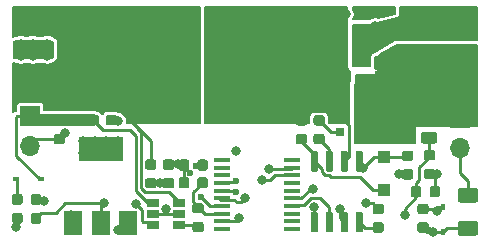
<source format=gbr>
G04 #@! TF.GenerationSoftware,KiCad,Pcbnew,(5.1.2)-2*
G04 #@! TF.CreationDate,2021-10-19T00:11:07+01:00*
G04 #@! TF.ProjectId,HVDCDC,48564443-4443-42e6-9b69-6361645f7063,rev?*
G04 #@! TF.SameCoordinates,Original*
G04 #@! TF.FileFunction,Copper,L1,Top*
G04 #@! TF.FilePolarity,Positive*
%FSLAX46Y46*%
G04 Gerber Fmt 4.6, Leading zero omitted, Abs format (unit mm)*
G04 Created by KiCad (PCBNEW (5.1.2)-2) date 2021-10-19 00:11:07*
%MOMM*%
%LPD*%
G04 APERTURE LIST*
%ADD10C,0.100000*%
%ADD11C,0.875000*%
%ADD12R,1.100000X1.100000*%
%ADD13R,0.600000X0.450000*%
%ADD14R,0.450000X0.600000*%
%ADD15O,1.700000X1.700000*%
%ADD16R,1.700000X1.700000*%
%ADD17C,0.600000*%
%ADD18C,0.975000*%
%ADD19C,1.250000*%
%ADD20R,1.060000X0.650000*%
%ADD21R,1.450000X0.450000*%
%ADD22R,1.500000X2.000000*%
%ADD23R,3.800000X2.000000*%
%ADD24C,1.600000*%
%ADD25R,2.800000X5.300000*%
%ADD26R,4.290000X4.500000*%
%ADD27R,0.800000X0.700000*%
%ADD28C,0.800000*%
%ADD29C,0.250000*%
%ADD30C,1.000000*%
%ADD31C,0.200000*%
G04 APERTURE END LIST*
D10*
G36*
X128277691Y-78551053D02*
G01*
X128298926Y-78554203D01*
X128319750Y-78559419D01*
X128339962Y-78566651D01*
X128359368Y-78575830D01*
X128377781Y-78586866D01*
X128395024Y-78599654D01*
X128410930Y-78614070D01*
X128425346Y-78629976D01*
X128438134Y-78647219D01*
X128449170Y-78665632D01*
X128458349Y-78685038D01*
X128465581Y-78705250D01*
X128470797Y-78726074D01*
X128473947Y-78747309D01*
X128475000Y-78768750D01*
X128475000Y-79206250D01*
X128473947Y-79227691D01*
X128470797Y-79248926D01*
X128465581Y-79269750D01*
X128458349Y-79289962D01*
X128449170Y-79309368D01*
X128438134Y-79327781D01*
X128425346Y-79345024D01*
X128410930Y-79360930D01*
X128395024Y-79375346D01*
X128377781Y-79388134D01*
X128359368Y-79399170D01*
X128339962Y-79408349D01*
X128319750Y-79415581D01*
X128298926Y-79420797D01*
X128277691Y-79423947D01*
X128256250Y-79425000D01*
X127743750Y-79425000D01*
X127722309Y-79423947D01*
X127701074Y-79420797D01*
X127680250Y-79415581D01*
X127660038Y-79408349D01*
X127640632Y-79399170D01*
X127622219Y-79388134D01*
X127604976Y-79375346D01*
X127589070Y-79360930D01*
X127574654Y-79345024D01*
X127561866Y-79327781D01*
X127550830Y-79309368D01*
X127541651Y-79289962D01*
X127534419Y-79269750D01*
X127529203Y-79248926D01*
X127526053Y-79227691D01*
X127525000Y-79206250D01*
X127525000Y-78768750D01*
X127526053Y-78747309D01*
X127529203Y-78726074D01*
X127534419Y-78705250D01*
X127541651Y-78685038D01*
X127550830Y-78665632D01*
X127561866Y-78647219D01*
X127574654Y-78629976D01*
X127589070Y-78614070D01*
X127604976Y-78599654D01*
X127622219Y-78586866D01*
X127640632Y-78575830D01*
X127660038Y-78566651D01*
X127680250Y-78559419D01*
X127701074Y-78554203D01*
X127722309Y-78551053D01*
X127743750Y-78550000D01*
X128256250Y-78550000D01*
X128277691Y-78551053D01*
X128277691Y-78551053D01*
G37*
D11*
X128000000Y-78987500D03*
D10*
G36*
X128277691Y-76976053D02*
G01*
X128298926Y-76979203D01*
X128319750Y-76984419D01*
X128339962Y-76991651D01*
X128359368Y-77000830D01*
X128377781Y-77011866D01*
X128395024Y-77024654D01*
X128410930Y-77039070D01*
X128425346Y-77054976D01*
X128438134Y-77072219D01*
X128449170Y-77090632D01*
X128458349Y-77110038D01*
X128465581Y-77130250D01*
X128470797Y-77151074D01*
X128473947Y-77172309D01*
X128475000Y-77193750D01*
X128475000Y-77631250D01*
X128473947Y-77652691D01*
X128470797Y-77673926D01*
X128465581Y-77694750D01*
X128458349Y-77714962D01*
X128449170Y-77734368D01*
X128438134Y-77752781D01*
X128425346Y-77770024D01*
X128410930Y-77785930D01*
X128395024Y-77800346D01*
X128377781Y-77813134D01*
X128359368Y-77824170D01*
X128339962Y-77833349D01*
X128319750Y-77840581D01*
X128298926Y-77845797D01*
X128277691Y-77848947D01*
X128256250Y-77850000D01*
X127743750Y-77850000D01*
X127722309Y-77848947D01*
X127701074Y-77845797D01*
X127680250Y-77840581D01*
X127660038Y-77833349D01*
X127640632Y-77824170D01*
X127622219Y-77813134D01*
X127604976Y-77800346D01*
X127589070Y-77785930D01*
X127574654Y-77770024D01*
X127561866Y-77752781D01*
X127550830Y-77734368D01*
X127541651Y-77714962D01*
X127534419Y-77694750D01*
X127529203Y-77673926D01*
X127526053Y-77652691D01*
X127525000Y-77631250D01*
X127525000Y-77193750D01*
X127526053Y-77172309D01*
X127529203Y-77151074D01*
X127534419Y-77130250D01*
X127541651Y-77110038D01*
X127550830Y-77090632D01*
X127561866Y-77072219D01*
X127574654Y-77054976D01*
X127589070Y-77039070D01*
X127604976Y-77024654D01*
X127622219Y-77011866D01*
X127640632Y-77000830D01*
X127660038Y-76991651D01*
X127680250Y-76984419D01*
X127701074Y-76979203D01*
X127722309Y-76976053D01*
X127743750Y-76975000D01*
X128256250Y-76975000D01*
X128277691Y-76976053D01*
X128277691Y-76976053D01*
G37*
D11*
X128000000Y-77412500D03*
D10*
G36*
X127052691Y-74776053D02*
G01*
X127073926Y-74779203D01*
X127094750Y-74784419D01*
X127114962Y-74791651D01*
X127134368Y-74800830D01*
X127152781Y-74811866D01*
X127170024Y-74824654D01*
X127185930Y-74839070D01*
X127200346Y-74854976D01*
X127213134Y-74872219D01*
X127224170Y-74890632D01*
X127233349Y-74910038D01*
X127240581Y-74930250D01*
X127245797Y-74951074D01*
X127248947Y-74972309D01*
X127250000Y-74993750D01*
X127250000Y-75506250D01*
X127248947Y-75527691D01*
X127245797Y-75548926D01*
X127240581Y-75569750D01*
X127233349Y-75589962D01*
X127224170Y-75609368D01*
X127213134Y-75627781D01*
X127200346Y-75645024D01*
X127185930Y-75660930D01*
X127170024Y-75675346D01*
X127152781Y-75688134D01*
X127134368Y-75699170D01*
X127114962Y-75708349D01*
X127094750Y-75715581D01*
X127073926Y-75720797D01*
X127052691Y-75723947D01*
X127031250Y-75725000D01*
X126593750Y-75725000D01*
X126572309Y-75723947D01*
X126551074Y-75720797D01*
X126530250Y-75715581D01*
X126510038Y-75708349D01*
X126490632Y-75699170D01*
X126472219Y-75688134D01*
X126454976Y-75675346D01*
X126439070Y-75660930D01*
X126424654Y-75645024D01*
X126411866Y-75627781D01*
X126400830Y-75609368D01*
X126391651Y-75589962D01*
X126384419Y-75569750D01*
X126379203Y-75548926D01*
X126376053Y-75527691D01*
X126375000Y-75506250D01*
X126375000Y-74993750D01*
X126376053Y-74972309D01*
X126379203Y-74951074D01*
X126384419Y-74930250D01*
X126391651Y-74910038D01*
X126400830Y-74890632D01*
X126411866Y-74872219D01*
X126424654Y-74854976D01*
X126439070Y-74839070D01*
X126454976Y-74824654D01*
X126472219Y-74811866D01*
X126490632Y-74800830D01*
X126510038Y-74791651D01*
X126530250Y-74784419D01*
X126551074Y-74779203D01*
X126572309Y-74776053D01*
X126593750Y-74775000D01*
X127031250Y-74775000D01*
X127052691Y-74776053D01*
X127052691Y-74776053D01*
G37*
D11*
X126812500Y-75250000D03*
D10*
G36*
X128627691Y-74776053D02*
G01*
X128648926Y-74779203D01*
X128669750Y-74784419D01*
X128689962Y-74791651D01*
X128709368Y-74800830D01*
X128727781Y-74811866D01*
X128745024Y-74824654D01*
X128760930Y-74839070D01*
X128775346Y-74854976D01*
X128788134Y-74872219D01*
X128799170Y-74890632D01*
X128808349Y-74910038D01*
X128815581Y-74930250D01*
X128820797Y-74951074D01*
X128823947Y-74972309D01*
X128825000Y-74993750D01*
X128825000Y-75506250D01*
X128823947Y-75527691D01*
X128820797Y-75548926D01*
X128815581Y-75569750D01*
X128808349Y-75589962D01*
X128799170Y-75609368D01*
X128788134Y-75627781D01*
X128775346Y-75645024D01*
X128760930Y-75660930D01*
X128745024Y-75675346D01*
X128727781Y-75688134D01*
X128709368Y-75699170D01*
X128689962Y-75708349D01*
X128669750Y-75715581D01*
X128648926Y-75720797D01*
X128627691Y-75723947D01*
X128606250Y-75725000D01*
X128168750Y-75725000D01*
X128147309Y-75723947D01*
X128126074Y-75720797D01*
X128105250Y-75715581D01*
X128085038Y-75708349D01*
X128065632Y-75699170D01*
X128047219Y-75688134D01*
X128029976Y-75675346D01*
X128014070Y-75660930D01*
X127999654Y-75645024D01*
X127986866Y-75627781D01*
X127975830Y-75609368D01*
X127966651Y-75589962D01*
X127959419Y-75569750D01*
X127954203Y-75548926D01*
X127951053Y-75527691D01*
X127950000Y-75506250D01*
X127950000Y-74993750D01*
X127951053Y-74972309D01*
X127954203Y-74951074D01*
X127959419Y-74930250D01*
X127966651Y-74910038D01*
X127975830Y-74890632D01*
X127986866Y-74872219D01*
X127999654Y-74854976D01*
X128014070Y-74839070D01*
X128029976Y-74824654D01*
X128047219Y-74811866D01*
X128065632Y-74800830D01*
X128085038Y-74791651D01*
X128105250Y-74784419D01*
X128126074Y-74779203D01*
X128147309Y-74776053D01*
X128168750Y-74775000D01*
X128606250Y-74775000D01*
X128627691Y-74776053D01*
X128627691Y-74776053D01*
G37*
D11*
X128387500Y-75250000D03*
D10*
G36*
X146027691Y-74101053D02*
G01*
X146048926Y-74104203D01*
X146069750Y-74109419D01*
X146089962Y-74116651D01*
X146109368Y-74125830D01*
X146127781Y-74136866D01*
X146145024Y-74149654D01*
X146160930Y-74164070D01*
X146175346Y-74179976D01*
X146188134Y-74197219D01*
X146199170Y-74215632D01*
X146208349Y-74235038D01*
X146215581Y-74255250D01*
X146220797Y-74276074D01*
X146223947Y-74297309D01*
X146225000Y-74318750D01*
X146225000Y-74756250D01*
X146223947Y-74777691D01*
X146220797Y-74798926D01*
X146215581Y-74819750D01*
X146208349Y-74839962D01*
X146199170Y-74859368D01*
X146188134Y-74877781D01*
X146175346Y-74895024D01*
X146160930Y-74910930D01*
X146145024Y-74925346D01*
X146127781Y-74938134D01*
X146109368Y-74949170D01*
X146089962Y-74958349D01*
X146069750Y-74965581D01*
X146048926Y-74970797D01*
X146027691Y-74973947D01*
X146006250Y-74975000D01*
X145493750Y-74975000D01*
X145472309Y-74973947D01*
X145451074Y-74970797D01*
X145430250Y-74965581D01*
X145410038Y-74958349D01*
X145390632Y-74949170D01*
X145372219Y-74938134D01*
X145354976Y-74925346D01*
X145339070Y-74910930D01*
X145324654Y-74895024D01*
X145311866Y-74877781D01*
X145300830Y-74859368D01*
X145291651Y-74839962D01*
X145284419Y-74819750D01*
X145279203Y-74798926D01*
X145276053Y-74777691D01*
X145275000Y-74756250D01*
X145275000Y-74318750D01*
X145276053Y-74297309D01*
X145279203Y-74276074D01*
X145284419Y-74255250D01*
X145291651Y-74235038D01*
X145300830Y-74215632D01*
X145311866Y-74197219D01*
X145324654Y-74179976D01*
X145339070Y-74164070D01*
X145354976Y-74149654D01*
X145372219Y-74136866D01*
X145390632Y-74125830D01*
X145410038Y-74116651D01*
X145430250Y-74109419D01*
X145451074Y-74104203D01*
X145472309Y-74101053D01*
X145493750Y-74100000D01*
X146006250Y-74100000D01*
X146027691Y-74101053D01*
X146027691Y-74101053D01*
G37*
D11*
X145750000Y-74537500D03*
D10*
G36*
X146027691Y-72526053D02*
G01*
X146048926Y-72529203D01*
X146069750Y-72534419D01*
X146089962Y-72541651D01*
X146109368Y-72550830D01*
X146127781Y-72561866D01*
X146145024Y-72574654D01*
X146160930Y-72589070D01*
X146175346Y-72604976D01*
X146188134Y-72622219D01*
X146199170Y-72640632D01*
X146208349Y-72660038D01*
X146215581Y-72680250D01*
X146220797Y-72701074D01*
X146223947Y-72722309D01*
X146225000Y-72743750D01*
X146225000Y-73181250D01*
X146223947Y-73202691D01*
X146220797Y-73223926D01*
X146215581Y-73244750D01*
X146208349Y-73264962D01*
X146199170Y-73284368D01*
X146188134Y-73302781D01*
X146175346Y-73320024D01*
X146160930Y-73335930D01*
X146145024Y-73350346D01*
X146127781Y-73363134D01*
X146109368Y-73374170D01*
X146089962Y-73383349D01*
X146069750Y-73390581D01*
X146048926Y-73395797D01*
X146027691Y-73398947D01*
X146006250Y-73400000D01*
X145493750Y-73400000D01*
X145472309Y-73398947D01*
X145451074Y-73395797D01*
X145430250Y-73390581D01*
X145410038Y-73383349D01*
X145390632Y-73374170D01*
X145372219Y-73363134D01*
X145354976Y-73350346D01*
X145339070Y-73335930D01*
X145324654Y-73320024D01*
X145311866Y-73302781D01*
X145300830Y-73284368D01*
X145291651Y-73264962D01*
X145284419Y-73244750D01*
X145279203Y-73223926D01*
X145276053Y-73202691D01*
X145275000Y-73181250D01*
X145275000Y-72743750D01*
X145276053Y-72722309D01*
X145279203Y-72701074D01*
X145284419Y-72680250D01*
X145291651Y-72660038D01*
X145300830Y-72640632D01*
X145311866Y-72622219D01*
X145324654Y-72604976D01*
X145339070Y-72589070D01*
X145354976Y-72574654D01*
X145372219Y-72561866D01*
X145390632Y-72550830D01*
X145410038Y-72541651D01*
X145430250Y-72534419D01*
X145451074Y-72529203D01*
X145472309Y-72526053D01*
X145493750Y-72525000D01*
X146006250Y-72525000D01*
X146027691Y-72526053D01*
X146027691Y-72526053D01*
G37*
D11*
X145750000Y-72962500D03*
D10*
G36*
X148277691Y-75526053D02*
G01*
X148298926Y-75529203D01*
X148319750Y-75534419D01*
X148339962Y-75541651D01*
X148359368Y-75550830D01*
X148377781Y-75561866D01*
X148395024Y-75574654D01*
X148410930Y-75589070D01*
X148425346Y-75604976D01*
X148438134Y-75622219D01*
X148449170Y-75640632D01*
X148458349Y-75660038D01*
X148465581Y-75680250D01*
X148470797Y-75701074D01*
X148473947Y-75722309D01*
X148475000Y-75743750D01*
X148475000Y-76256250D01*
X148473947Y-76277691D01*
X148470797Y-76298926D01*
X148465581Y-76319750D01*
X148458349Y-76339962D01*
X148449170Y-76359368D01*
X148438134Y-76377781D01*
X148425346Y-76395024D01*
X148410930Y-76410930D01*
X148395024Y-76425346D01*
X148377781Y-76438134D01*
X148359368Y-76449170D01*
X148339962Y-76458349D01*
X148319750Y-76465581D01*
X148298926Y-76470797D01*
X148277691Y-76473947D01*
X148256250Y-76475000D01*
X147818750Y-76475000D01*
X147797309Y-76473947D01*
X147776074Y-76470797D01*
X147755250Y-76465581D01*
X147735038Y-76458349D01*
X147715632Y-76449170D01*
X147697219Y-76438134D01*
X147679976Y-76425346D01*
X147664070Y-76410930D01*
X147649654Y-76395024D01*
X147636866Y-76377781D01*
X147625830Y-76359368D01*
X147616651Y-76339962D01*
X147609419Y-76319750D01*
X147604203Y-76298926D01*
X147601053Y-76277691D01*
X147600000Y-76256250D01*
X147600000Y-75743750D01*
X147601053Y-75722309D01*
X147604203Y-75701074D01*
X147609419Y-75680250D01*
X147616651Y-75660038D01*
X147625830Y-75640632D01*
X147636866Y-75622219D01*
X147649654Y-75604976D01*
X147664070Y-75589070D01*
X147679976Y-75574654D01*
X147697219Y-75561866D01*
X147715632Y-75550830D01*
X147735038Y-75541651D01*
X147755250Y-75534419D01*
X147776074Y-75529203D01*
X147797309Y-75526053D01*
X147818750Y-75525000D01*
X148256250Y-75525000D01*
X148277691Y-75526053D01*
X148277691Y-75526053D01*
G37*
D11*
X148037500Y-76000000D03*
D10*
G36*
X146702691Y-75526053D02*
G01*
X146723926Y-75529203D01*
X146744750Y-75534419D01*
X146764962Y-75541651D01*
X146784368Y-75550830D01*
X146802781Y-75561866D01*
X146820024Y-75574654D01*
X146835930Y-75589070D01*
X146850346Y-75604976D01*
X146863134Y-75622219D01*
X146874170Y-75640632D01*
X146883349Y-75660038D01*
X146890581Y-75680250D01*
X146895797Y-75701074D01*
X146898947Y-75722309D01*
X146900000Y-75743750D01*
X146900000Y-76256250D01*
X146898947Y-76277691D01*
X146895797Y-76298926D01*
X146890581Y-76319750D01*
X146883349Y-76339962D01*
X146874170Y-76359368D01*
X146863134Y-76377781D01*
X146850346Y-76395024D01*
X146835930Y-76410930D01*
X146820024Y-76425346D01*
X146802781Y-76438134D01*
X146784368Y-76449170D01*
X146764962Y-76458349D01*
X146744750Y-76465581D01*
X146723926Y-76470797D01*
X146702691Y-76473947D01*
X146681250Y-76475000D01*
X146243750Y-76475000D01*
X146222309Y-76473947D01*
X146201074Y-76470797D01*
X146180250Y-76465581D01*
X146160038Y-76458349D01*
X146140632Y-76449170D01*
X146122219Y-76438134D01*
X146104976Y-76425346D01*
X146089070Y-76410930D01*
X146074654Y-76395024D01*
X146061866Y-76377781D01*
X146050830Y-76359368D01*
X146041651Y-76339962D01*
X146034419Y-76319750D01*
X146029203Y-76298926D01*
X146026053Y-76277691D01*
X146025000Y-76256250D01*
X146025000Y-75743750D01*
X146026053Y-75722309D01*
X146029203Y-75701074D01*
X146034419Y-75680250D01*
X146041651Y-75660038D01*
X146050830Y-75640632D01*
X146061866Y-75622219D01*
X146074654Y-75604976D01*
X146089070Y-75589070D01*
X146104976Y-75574654D01*
X146122219Y-75561866D01*
X146140632Y-75550830D01*
X146160038Y-75541651D01*
X146180250Y-75534419D01*
X146201074Y-75529203D01*
X146222309Y-75526053D01*
X146243750Y-75525000D01*
X146681250Y-75525000D01*
X146702691Y-75526053D01*
X146702691Y-75526053D01*
G37*
D11*
X146462500Y-76000000D03*
D10*
G36*
X112952691Y-77776053D02*
G01*
X112973926Y-77779203D01*
X112994750Y-77784419D01*
X113014962Y-77791651D01*
X113034368Y-77800830D01*
X113052781Y-77811866D01*
X113070024Y-77824654D01*
X113085930Y-77839070D01*
X113100346Y-77854976D01*
X113113134Y-77872219D01*
X113124170Y-77890632D01*
X113133349Y-77910038D01*
X113140581Y-77930250D01*
X113145797Y-77951074D01*
X113148947Y-77972309D01*
X113150000Y-77993750D01*
X113150000Y-78506250D01*
X113148947Y-78527691D01*
X113145797Y-78548926D01*
X113140581Y-78569750D01*
X113133349Y-78589962D01*
X113124170Y-78609368D01*
X113113134Y-78627781D01*
X113100346Y-78645024D01*
X113085930Y-78660930D01*
X113070024Y-78675346D01*
X113052781Y-78688134D01*
X113034368Y-78699170D01*
X113014962Y-78708349D01*
X112994750Y-78715581D01*
X112973926Y-78720797D01*
X112952691Y-78723947D01*
X112931250Y-78725000D01*
X112493750Y-78725000D01*
X112472309Y-78723947D01*
X112451074Y-78720797D01*
X112430250Y-78715581D01*
X112410038Y-78708349D01*
X112390632Y-78699170D01*
X112372219Y-78688134D01*
X112354976Y-78675346D01*
X112339070Y-78660930D01*
X112324654Y-78645024D01*
X112311866Y-78627781D01*
X112300830Y-78609368D01*
X112291651Y-78589962D01*
X112284419Y-78569750D01*
X112279203Y-78548926D01*
X112276053Y-78527691D01*
X112275000Y-78506250D01*
X112275000Y-77993750D01*
X112276053Y-77972309D01*
X112279203Y-77951074D01*
X112284419Y-77930250D01*
X112291651Y-77910038D01*
X112300830Y-77890632D01*
X112311866Y-77872219D01*
X112324654Y-77854976D01*
X112339070Y-77839070D01*
X112354976Y-77824654D01*
X112372219Y-77811866D01*
X112390632Y-77800830D01*
X112410038Y-77791651D01*
X112430250Y-77784419D01*
X112451074Y-77779203D01*
X112472309Y-77776053D01*
X112493750Y-77775000D01*
X112931250Y-77775000D01*
X112952691Y-77776053D01*
X112952691Y-77776053D01*
G37*
D11*
X112712500Y-78250000D03*
D10*
G36*
X114527691Y-77776053D02*
G01*
X114548926Y-77779203D01*
X114569750Y-77784419D01*
X114589962Y-77791651D01*
X114609368Y-77800830D01*
X114627781Y-77811866D01*
X114645024Y-77824654D01*
X114660930Y-77839070D01*
X114675346Y-77854976D01*
X114688134Y-77872219D01*
X114699170Y-77890632D01*
X114708349Y-77910038D01*
X114715581Y-77930250D01*
X114720797Y-77951074D01*
X114723947Y-77972309D01*
X114725000Y-77993750D01*
X114725000Y-78506250D01*
X114723947Y-78527691D01*
X114720797Y-78548926D01*
X114715581Y-78569750D01*
X114708349Y-78589962D01*
X114699170Y-78609368D01*
X114688134Y-78627781D01*
X114675346Y-78645024D01*
X114660930Y-78660930D01*
X114645024Y-78675346D01*
X114627781Y-78688134D01*
X114609368Y-78699170D01*
X114589962Y-78708349D01*
X114569750Y-78715581D01*
X114548926Y-78720797D01*
X114527691Y-78723947D01*
X114506250Y-78725000D01*
X114068750Y-78725000D01*
X114047309Y-78723947D01*
X114026074Y-78720797D01*
X114005250Y-78715581D01*
X113985038Y-78708349D01*
X113965632Y-78699170D01*
X113947219Y-78688134D01*
X113929976Y-78675346D01*
X113914070Y-78660930D01*
X113899654Y-78645024D01*
X113886866Y-78627781D01*
X113875830Y-78609368D01*
X113866651Y-78589962D01*
X113859419Y-78569750D01*
X113854203Y-78548926D01*
X113851053Y-78527691D01*
X113850000Y-78506250D01*
X113850000Y-77993750D01*
X113851053Y-77972309D01*
X113854203Y-77951074D01*
X113859419Y-77930250D01*
X113866651Y-77910038D01*
X113875830Y-77890632D01*
X113886866Y-77872219D01*
X113899654Y-77854976D01*
X113914070Y-77839070D01*
X113929976Y-77824654D01*
X113947219Y-77811866D01*
X113965632Y-77800830D01*
X113985038Y-77791651D01*
X114005250Y-77784419D01*
X114026074Y-77779203D01*
X114047309Y-77776053D01*
X114068750Y-77775000D01*
X114506250Y-77775000D01*
X114527691Y-77776053D01*
X114527691Y-77776053D01*
G37*
D11*
X114287500Y-78250000D03*
D10*
G36*
X127052691Y-73276053D02*
G01*
X127073926Y-73279203D01*
X127094750Y-73284419D01*
X127114962Y-73291651D01*
X127134368Y-73300830D01*
X127152781Y-73311866D01*
X127170024Y-73324654D01*
X127185930Y-73339070D01*
X127200346Y-73354976D01*
X127213134Y-73372219D01*
X127224170Y-73390632D01*
X127233349Y-73410038D01*
X127240581Y-73430250D01*
X127245797Y-73451074D01*
X127248947Y-73472309D01*
X127250000Y-73493750D01*
X127250000Y-74006250D01*
X127248947Y-74027691D01*
X127245797Y-74048926D01*
X127240581Y-74069750D01*
X127233349Y-74089962D01*
X127224170Y-74109368D01*
X127213134Y-74127781D01*
X127200346Y-74145024D01*
X127185930Y-74160930D01*
X127170024Y-74175346D01*
X127152781Y-74188134D01*
X127134368Y-74199170D01*
X127114962Y-74208349D01*
X127094750Y-74215581D01*
X127073926Y-74220797D01*
X127052691Y-74223947D01*
X127031250Y-74225000D01*
X126593750Y-74225000D01*
X126572309Y-74223947D01*
X126551074Y-74220797D01*
X126530250Y-74215581D01*
X126510038Y-74208349D01*
X126490632Y-74199170D01*
X126472219Y-74188134D01*
X126454976Y-74175346D01*
X126439070Y-74160930D01*
X126424654Y-74145024D01*
X126411866Y-74127781D01*
X126400830Y-74109368D01*
X126391651Y-74089962D01*
X126384419Y-74069750D01*
X126379203Y-74048926D01*
X126376053Y-74027691D01*
X126375000Y-74006250D01*
X126375000Y-73493750D01*
X126376053Y-73472309D01*
X126379203Y-73451074D01*
X126384419Y-73430250D01*
X126391651Y-73410038D01*
X126400830Y-73390632D01*
X126411866Y-73372219D01*
X126424654Y-73354976D01*
X126439070Y-73339070D01*
X126454976Y-73324654D01*
X126472219Y-73311866D01*
X126490632Y-73300830D01*
X126510038Y-73291651D01*
X126530250Y-73284419D01*
X126551074Y-73279203D01*
X126572309Y-73276053D01*
X126593750Y-73275000D01*
X127031250Y-73275000D01*
X127052691Y-73276053D01*
X127052691Y-73276053D01*
G37*
D11*
X126812500Y-73750000D03*
D10*
G36*
X128627691Y-73276053D02*
G01*
X128648926Y-73279203D01*
X128669750Y-73284419D01*
X128689962Y-73291651D01*
X128709368Y-73300830D01*
X128727781Y-73311866D01*
X128745024Y-73324654D01*
X128760930Y-73339070D01*
X128775346Y-73354976D01*
X128788134Y-73372219D01*
X128799170Y-73390632D01*
X128808349Y-73410038D01*
X128815581Y-73430250D01*
X128820797Y-73451074D01*
X128823947Y-73472309D01*
X128825000Y-73493750D01*
X128825000Y-74006250D01*
X128823947Y-74027691D01*
X128820797Y-74048926D01*
X128815581Y-74069750D01*
X128808349Y-74089962D01*
X128799170Y-74109368D01*
X128788134Y-74127781D01*
X128775346Y-74145024D01*
X128760930Y-74160930D01*
X128745024Y-74175346D01*
X128727781Y-74188134D01*
X128709368Y-74199170D01*
X128689962Y-74208349D01*
X128669750Y-74215581D01*
X128648926Y-74220797D01*
X128627691Y-74223947D01*
X128606250Y-74225000D01*
X128168750Y-74225000D01*
X128147309Y-74223947D01*
X128126074Y-74220797D01*
X128105250Y-74215581D01*
X128085038Y-74208349D01*
X128065632Y-74199170D01*
X128047219Y-74188134D01*
X128029976Y-74175346D01*
X128014070Y-74160930D01*
X127999654Y-74145024D01*
X127986866Y-74127781D01*
X127975830Y-74109368D01*
X127966651Y-74089962D01*
X127959419Y-74069750D01*
X127954203Y-74048926D01*
X127951053Y-74027691D01*
X127950000Y-74006250D01*
X127950000Y-73493750D01*
X127951053Y-73472309D01*
X127954203Y-73451074D01*
X127959419Y-73430250D01*
X127966651Y-73410038D01*
X127975830Y-73390632D01*
X127986866Y-73372219D01*
X127999654Y-73354976D01*
X128014070Y-73339070D01*
X128029976Y-73324654D01*
X128047219Y-73311866D01*
X128065632Y-73300830D01*
X128085038Y-73291651D01*
X128105250Y-73284419D01*
X128126074Y-73279203D01*
X128147309Y-73276053D01*
X128168750Y-73275000D01*
X128606250Y-73275000D01*
X128627691Y-73276053D01*
X128627691Y-73276053D01*
G37*
D11*
X128387500Y-73750000D03*
D10*
G36*
X138527691Y-69526053D02*
G01*
X138548926Y-69529203D01*
X138569750Y-69534419D01*
X138589962Y-69541651D01*
X138609368Y-69550830D01*
X138627781Y-69561866D01*
X138645024Y-69574654D01*
X138660930Y-69589070D01*
X138675346Y-69604976D01*
X138688134Y-69622219D01*
X138699170Y-69640632D01*
X138708349Y-69660038D01*
X138715581Y-69680250D01*
X138720797Y-69701074D01*
X138723947Y-69722309D01*
X138725000Y-69743750D01*
X138725000Y-70181250D01*
X138723947Y-70202691D01*
X138720797Y-70223926D01*
X138715581Y-70244750D01*
X138708349Y-70264962D01*
X138699170Y-70284368D01*
X138688134Y-70302781D01*
X138675346Y-70320024D01*
X138660930Y-70335930D01*
X138645024Y-70350346D01*
X138627781Y-70363134D01*
X138609368Y-70374170D01*
X138589962Y-70383349D01*
X138569750Y-70390581D01*
X138548926Y-70395797D01*
X138527691Y-70398947D01*
X138506250Y-70400000D01*
X137993750Y-70400000D01*
X137972309Y-70398947D01*
X137951074Y-70395797D01*
X137930250Y-70390581D01*
X137910038Y-70383349D01*
X137890632Y-70374170D01*
X137872219Y-70363134D01*
X137854976Y-70350346D01*
X137839070Y-70335930D01*
X137824654Y-70320024D01*
X137811866Y-70302781D01*
X137800830Y-70284368D01*
X137791651Y-70264962D01*
X137784419Y-70244750D01*
X137779203Y-70223926D01*
X137776053Y-70202691D01*
X137775000Y-70181250D01*
X137775000Y-69743750D01*
X137776053Y-69722309D01*
X137779203Y-69701074D01*
X137784419Y-69680250D01*
X137791651Y-69660038D01*
X137800830Y-69640632D01*
X137811866Y-69622219D01*
X137824654Y-69604976D01*
X137839070Y-69589070D01*
X137854976Y-69574654D01*
X137872219Y-69561866D01*
X137890632Y-69550830D01*
X137910038Y-69541651D01*
X137930250Y-69534419D01*
X137951074Y-69529203D01*
X137972309Y-69526053D01*
X137993750Y-69525000D01*
X138506250Y-69525000D01*
X138527691Y-69526053D01*
X138527691Y-69526053D01*
G37*
D11*
X138250000Y-69962500D03*
D10*
G36*
X138527691Y-71101053D02*
G01*
X138548926Y-71104203D01*
X138569750Y-71109419D01*
X138589962Y-71116651D01*
X138609368Y-71125830D01*
X138627781Y-71136866D01*
X138645024Y-71149654D01*
X138660930Y-71164070D01*
X138675346Y-71179976D01*
X138688134Y-71197219D01*
X138699170Y-71215632D01*
X138708349Y-71235038D01*
X138715581Y-71255250D01*
X138720797Y-71276074D01*
X138723947Y-71297309D01*
X138725000Y-71318750D01*
X138725000Y-71756250D01*
X138723947Y-71777691D01*
X138720797Y-71798926D01*
X138715581Y-71819750D01*
X138708349Y-71839962D01*
X138699170Y-71859368D01*
X138688134Y-71877781D01*
X138675346Y-71895024D01*
X138660930Y-71910930D01*
X138645024Y-71925346D01*
X138627781Y-71938134D01*
X138609368Y-71949170D01*
X138589962Y-71958349D01*
X138569750Y-71965581D01*
X138548926Y-71970797D01*
X138527691Y-71973947D01*
X138506250Y-71975000D01*
X137993750Y-71975000D01*
X137972309Y-71973947D01*
X137951074Y-71970797D01*
X137930250Y-71965581D01*
X137910038Y-71958349D01*
X137890632Y-71949170D01*
X137872219Y-71938134D01*
X137854976Y-71925346D01*
X137839070Y-71910930D01*
X137824654Y-71895024D01*
X137811866Y-71877781D01*
X137800830Y-71859368D01*
X137791651Y-71839962D01*
X137784419Y-71819750D01*
X137779203Y-71798926D01*
X137776053Y-71777691D01*
X137775000Y-71756250D01*
X137775000Y-71318750D01*
X137776053Y-71297309D01*
X137779203Y-71276074D01*
X137784419Y-71255250D01*
X137791651Y-71235038D01*
X137800830Y-71215632D01*
X137811866Y-71197219D01*
X137824654Y-71179976D01*
X137839070Y-71164070D01*
X137854976Y-71149654D01*
X137872219Y-71136866D01*
X137890632Y-71125830D01*
X137910038Y-71116651D01*
X137930250Y-71109419D01*
X137951074Y-71104203D01*
X137972309Y-71101053D01*
X137993750Y-71100000D01*
X138506250Y-71100000D01*
X138527691Y-71101053D01*
X138527691Y-71101053D01*
G37*
D11*
X138250000Y-71537500D03*
D10*
G36*
X143527691Y-77026053D02*
G01*
X143548926Y-77029203D01*
X143569750Y-77034419D01*
X143589962Y-77041651D01*
X143609368Y-77050830D01*
X143627781Y-77061866D01*
X143645024Y-77074654D01*
X143660930Y-77089070D01*
X143675346Y-77104976D01*
X143688134Y-77122219D01*
X143699170Y-77140632D01*
X143708349Y-77160038D01*
X143715581Y-77180250D01*
X143720797Y-77201074D01*
X143723947Y-77222309D01*
X143725000Y-77243750D01*
X143725000Y-77681250D01*
X143723947Y-77702691D01*
X143720797Y-77723926D01*
X143715581Y-77744750D01*
X143708349Y-77764962D01*
X143699170Y-77784368D01*
X143688134Y-77802781D01*
X143675346Y-77820024D01*
X143660930Y-77835930D01*
X143645024Y-77850346D01*
X143627781Y-77863134D01*
X143609368Y-77874170D01*
X143589962Y-77883349D01*
X143569750Y-77890581D01*
X143548926Y-77895797D01*
X143527691Y-77898947D01*
X143506250Y-77900000D01*
X142993750Y-77900000D01*
X142972309Y-77898947D01*
X142951074Y-77895797D01*
X142930250Y-77890581D01*
X142910038Y-77883349D01*
X142890632Y-77874170D01*
X142872219Y-77863134D01*
X142854976Y-77850346D01*
X142839070Y-77835930D01*
X142824654Y-77820024D01*
X142811866Y-77802781D01*
X142800830Y-77784368D01*
X142791651Y-77764962D01*
X142784419Y-77744750D01*
X142779203Y-77723926D01*
X142776053Y-77702691D01*
X142775000Y-77681250D01*
X142775000Y-77243750D01*
X142776053Y-77222309D01*
X142779203Y-77201074D01*
X142784419Y-77180250D01*
X142791651Y-77160038D01*
X142800830Y-77140632D01*
X142811866Y-77122219D01*
X142824654Y-77104976D01*
X142839070Y-77089070D01*
X142854976Y-77074654D01*
X142872219Y-77061866D01*
X142890632Y-77050830D01*
X142910038Y-77041651D01*
X142930250Y-77034419D01*
X142951074Y-77029203D01*
X142972309Y-77026053D01*
X142993750Y-77025000D01*
X143506250Y-77025000D01*
X143527691Y-77026053D01*
X143527691Y-77026053D01*
G37*
D11*
X143250000Y-77462500D03*
D10*
G36*
X143527691Y-78601053D02*
G01*
X143548926Y-78604203D01*
X143569750Y-78609419D01*
X143589962Y-78616651D01*
X143609368Y-78625830D01*
X143627781Y-78636866D01*
X143645024Y-78649654D01*
X143660930Y-78664070D01*
X143675346Y-78679976D01*
X143688134Y-78697219D01*
X143699170Y-78715632D01*
X143708349Y-78735038D01*
X143715581Y-78755250D01*
X143720797Y-78776074D01*
X143723947Y-78797309D01*
X143725000Y-78818750D01*
X143725000Y-79256250D01*
X143723947Y-79277691D01*
X143720797Y-79298926D01*
X143715581Y-79319750D01*
X143708349Y-79339962D01*
X143699170Y-79359368D01*
X143688134Y-79377781D01*
X143675346Y-79395024D01*
X143660930Y-79410930D01*
X143645024Y-79425346D01*
X143627781Y-79438134D01*
X143609368Y-79449170D01*
X143589962Y-79458349D01*
X143569750Y-79465581D01*
X143548926Y-79470797D01*
X143527691Y-79473947D01*
X143506250Y-79475000D01*
X142993750Y-79475000D01*
X142972309Y-79473947D01*
X142951074Y-79470797D01*
X142930250Y-79465581D01*
X142910038Y-79458349D01*
X142890632Y-79449170D01*
X142872219Y-79438134D01*
X142854976Y-79425346D01*
X142839070Y-79410930D01*
X142824654Y-79395024D01*
X142811866Y-79377781D01*
X142800830Y-79359368D01*
X142791651Y-79339962D01*
X142784419Y-79319750D01*
X142779203Y-79298926D01*
X142776053Y-79277691D01*
X142775000Y-79256250D01*
X142775000Y-78818750D01*
X142776053Y-78797309D01*
X142779203Y-78776074D01*
X142784419Y-78755250D01*
X142791651Y-78735038D01*
X142800830Y-78715632D01*
X142811866Y-78697219D01*
X142824654Y-78679976D01*
X142839070Y-78664070D01*
X142854976Y-78649654D01*
X142872219Y-78636866D01*
X142890632Y-78625830D01*
X142910038Y-78616651D01*
X142930250Y-78609419D01*
X142951074Y-78604203D01*
X142972309Y-78601053D01*
X142993750Y-78600000D01*
X143506250Y-78600000D01*
X143527691Y-78601053D01*
X143527691Y-78601053D01*
G37*
D11*
X143250000Y-79037500D03*
D12*
X143750000Y-73100000D03*
X143750000Y-75900000D03*
D10*
G36*
X119427691Y-69501053D02*
G01*
X119448926Y-69504203D01*
X119469750Y-69509419D01*
X119489962Y-69516651D01*
X119509368Y-69525830D01*
X119527781Y-69536866D01*
X119545024Y-69549654D01*
X119560930Y-69564070D01*
X119575346Y-69579976D01*
X119588134Y-69597219D01*
X119599170Y-69615632D01*
X119608349Y-69635038D01*
X119615581Y-69655250D01*
X119620797Y-69676074D01*
X119623947Y-69697309D01*
X119625000Y-69718750D01*
X119625000Y-70156250D01*
X119623947Y-70177691D01*
X119620797Y-70198926D01*
X119615581Y-70219750D01*
X119608349Y-70239962D01*
X119599170Y-70259368D01*
X119588134Y-70277781D01*
X119575346Y-70295024D01*
X119560930Y-70310930D01*
X119545024Y-70325346D01*
X119527781Y-70338134D01*
X119509368Y-70349170D01*
X119489962Y-70358349D01*
X119469750Y-70365581D01*
X119448926Y-70370797D01*
X119427691Y-70373947D01*
X119406250Y-70375000D01*
X118893750Y-70375000D01*
X118872309Y-70373947D01*
X118851074Y-70370797D01*
X118830250Y-70365581D01*
X118810038Y-70358349D01*
X118790632Y-70349170D01*
X118772219Y-70338134D01*
X118754976Y-70325346D01*
X118739070Y-70310930D01*
X118724654Y-70295024D01*
X118711866Y-70277781D01*
X118700830Y-70259368D01*
X118691651Y-70239962D01*
X118684419Y-70219750D01*
X118679203Y-70198926D01*
X118676053Y-70177691D01*
X118675000Y-70156250D01*
X118675000Y-69718750D01*
X118676053Y-69697309D01*
X118679203Y-69676074D01*
X118684419Y-69655250D01*
X118691651Y-69635038D01*
X118700830Y-69615632D01*
X118711866Y-69597219D01*
X118724654Y-69579976D01*
X118739070Y-69564070D01*
X118754976Y-69549654D01*
X118772219Y-69536866D01*
X118790632Y-69525830D01*
X118810038Y-69516651D01*
X118830250Y-69509419D01*
X118851074Y-69504203D01*
X118872309Y-69501053D01*
X118893750Y-69500000D01*
X119406250Y-69500000D01*
X119427691Y-69501053D01*
X119427691Y-69501053D01*
G37*
D11*
X119150000Y-69937500D03*
D10*
G36*
X119427691Y-67926053D02*
G01*
X119448926Y-67929203D01*
X119469750Y-67934419D01*
X119489962Y-67941651D01*
X119509368Y-67950830D01*
X119527781Y-67961866D01*
X119545024Y-67974654D01*
X119560930Y-67989070D01*
X119575346Y-68004976D01*
X119588134Y-68022219D01*
X119599170Y-68040632D01*
X119608349Y-68060038D01*
X119615581Y-68080250D01*
X119620797Y-68101074D01*
X119623947Y-68122309D01*
X119625000Y-68143750D01*
X119625000Y-68581250D01*
X119623947Y-68602691D01*
X119620797Y-68623926D01*
X119615581Y-68644750D01*
X119608349Y-68664962D01*
X119599170Y-68684368D01*
X119588134Y-68702781D01*
X119575346Y-68720024D01*
X119560930Y-68735930D01*
X119545024Y-68750346D01*
X119527781Y-68763134D01*
X119509368Y-68774170D01*
X119489962Y-68783349D01*
X119469750Y-68790581D01*
X119448926Y-68795797D01*
X119427691Y-68798947D01*
X119406250Y-68800000D01*
X118893750Y-68800000D01*
X118872309Y-68798947D01*
X118851074Y-68795797D01*
X118830250Y-68790581D01*
X118810038Y-68783349D01*
X118790632Y-68774170D01*
X118772219Y-68763134D01*
X118754976Y-68750346D01*
X118739070Y-68735930D01*
X118724654Y-68720024D01*
X118711866Y-68702781D01*
X118700830Y-68684368D01*
X118691651Y-68664962D01*
X118684419Y-68644750D01*
X118679203Y-68623926D01*
X118676053Y-68602691D01*
X118675000Y-68581250D01*
X118675000Y-68143750D01*
X118676053Y-68122309D01*
X118679203Y-68101074D01*
X118684419Y-68080250D01*
X118691651Y-68060038D01*
X118700830Y-68040632D01*
X118711866Y-68022219D01*
X118724654Y-68004976D01*
X118739070Y-67989070D01*
X118754976Y-67974654D01*
X118772219Y-67961866D01*
X118790632Y-67950830D01*
X118810038Y-67941651D01*
X118830250Y-67934419D01*
X118851074Y-67929203D01*
X118872309Y-67926053D01*
X118893750Y-67925000D01*
X119406250Y-67925000D01*
X119427691Y-67926053D01*
X119427691Y-67926053D01*
G37*
D11*
X119150000Y-68362500D03*
D10*
G36*
X114527691Y-76176053D02*
G01*
X114548926Y-76179203D01*
X114569750Y-76184419D01*
X114589962Y-76191651D01*
X114609368Y-76200830D01*
X114627781Y-76211866D01*
X114645024Y-76224654D01*
X114660930Y-76239070D01*
X114675346Y-76254976D01*
X114688134Y-76272219D01*
X114699170Y-76290632D01*
X114708349Y-76310038D01*
X114715581Y-76330250D01*
X114720797Y-76351074D01*
X114723947Y-76372309D01*
X114725000Y-76393750D01*
X114725000Y-76906250D01*
X114723947Y-76927691D01*
X114720797Y-76948926D01*
X114715581Y-76969750D01*
X114708349Y-76989962D01*
X114699170Y-77009368D01*
X114688134Y-77027781D01*
X114675346Y-77045024D01*
X114660930Y-77060930D01*
X114645024Y-77075346D01*
X114627781Y-77088134D01*
X114609368Y-77099170D01*
X114589962Y-77108349D01*
X114569750Y-77115581D01*
X114548926Y-77120797D01*
X114527691Y-77123947D01*
X114506250Y-77125000D01*
X114068750Y-77125000D01*
X114047309Y-77123947D01*
X114026074Y-77120797D01*
X114005250Y-77115581D01*
X113985038Y-77108349D01*
X113965632Y-77099170D01*
X113947219Y-77088134D01*
X113929976Y-77075346D01*
X113914070Y-77060930D01*
X113899654Y-77045024D01*
X113886866Y-77027781D01*
X113875830Y-77009368D01*
X113866651Y-76989962D01*
X113859419Y-76969750D01*
X113854203Y-76948926D01*
X113851053Y-76927691D01*
X113850000Y-76906250D01*
X113850000Y-76393750D01*
X113851053Y-76372309D01*
X113854203Y-76351074D01*
X113859419Y-76330250D01*
X113866651Y-76310038D01*
X113875830Y-76290632D01*
X113886866Y-76272219D01*
X113899654Y-76254976D01*
X113914070Y-76239070D01*
X113929976Y-76224654D01*
X113947219Y-76211866D01*
X113965632Y-76200830D01*
X113985038Y-76191651D01*
X114005250Y-76184419D01*
X114026074Y-76179203D01*
X114047309Y-76176053D01*
X114068750Y-76175000D01*
X114506250Y-76175000D01*
X114527691Y-76176053D01*
X114527691Y-76176053D01*
G37*
D11*
X114287500Y-76650000D03*
D10*
G36*
X112952691Y-76176053D02*
G01*
X112973926Y-76179203D01*
X112994750Y-76184419D01*
X113014962Y-76191651D01*
X113034368Y-76200830D01*
X113052781Y-76211866D01*
X113070024Y-76224654D01*
X113085930Y-76239070D01*
X113100346Y-76254976D01*
X113113134Y-76272219D01*
X113124170Y-76290632D01*
X113133349Y-76310038D01*
X113140581Y-76330250D01*
X113145797Y-76351074D01*
X113148947Y-76372309D01*
X113150000Y-76393750D01*
X113150000Y-76906250D01*
X113148947Y-76927691D01*
X113145797Y-76948926D01*
X113140581Y-76969750D01*
X113133349Y-76989962D01*
X113124170Y-77009368D01*
X113113134Y-77027781D01*
X113100346Y-77045024D01*
X113085930Y-77060930D01*
X113070024Y-77075346D01*
X113052781Y-77088134D01*
X113034368Y-77099170D01*
X113014962Y-77108349D01*
X112994750Y-77115581D01*
X112973926Y-77120797D01*
X112952691Y-77123947D01*
X112931250Y-77125000D01*
X112493750Y-77125000D01*
X112472309Y-77123947D01*
X112451074Y-77120797D01*
X112430250Y-77115581D01*
X112410038Y-77108349D01*
X112390632Y-77099170D01*
X112372219Y-77088134D01*
X112354976Y-77075346D01*
X112339070Y-77060930D01*
X112324654Y-77045024D01*
X112311866Y-77027781D01*
X112300830Y-77009368D01*
X112291651Y-76989962D01*
X112284419Y-76969750D01*
X112279203Y-76948926D01*
X112276053Y-76927691D01*
X112275000Y-76906250D01*
X112275000Y-76393750D01*
X112276053Y-76372309D01*
X112279203Y-76351074D01*
X112284419Y-76330250D01*
X112291651Y-76310038D01*
X112300830Y-76290632D01*
X112311866Y-76272219D01*
X112324654Y-76254976D01*
X112339070Y-76239070D01*
X112354976Y-76224654D01*
X112372219Y-76211866D01*
X112390632Y-76200830D01*
X112410038Y-76191651D01*
X112430250Y-76184419D01*
X112451074Y-76179203D01*
X112472309Y-76176053D01*
X112493750Y-76175000D01*
X112931250Y-76175000D01*
X112952691Y-76176053D01*
X112952691Y-76176053D01*
G37*
D11*
X112712500Y-76650000D03*
D13*
X114700000Y-74950000D03*
X112600000Y-74950000D03*
D10*
G36*
X120927691Y-69501053D02*
G01*
X120948926Y-69504203D01*
X120969750Y-69509419D01*
X120989962Y-69516651D01*
X121009368Y-69525830D01*
X121027781Y-69536866D01*
X121045024Y-69549654D01*
X121060930Y-69564070D01*
X121075346Y-69579976D01*
X121088134Y-69597219D01*
X121099170Y-69615632D01*
X121108349Y-69635038D01*
X121115581Y-69655250D01*
X121120797Y-69676074D01*
X121123947Y-69697309D01*
X121125000Y-69718750D01*
X121125000Y-70156250D01*
X121123947Y-70177691D01*
X121120797Y-70198926D01*
X121115581Y-70219750D01*
X121108349Y-70239962D01*
X121099170Y-70259368D01*
X121088134Y-70277781D01*
X121075346Y-70295024D01*
X121060930Y-70310930D01*
X121045024Y-70325346D01*
X121027781Y-70338134D01*
X121009368Y-70349170D01*
X120989962Y-70358349D01*
X120969750Y-70365581D01*
X120948926Y-70370797D01*
X120927691Y-70373947D01*
X120906250Y-70375000D01*
X120393750Y-70375000D01*
X120372309Y-70373947D01*
X120351074Y-70370797D01*
X120330250Y-70365581D01*
X120310038Y-70358349D01*
X120290632Y-70349170D01*
X120272219Y-70338134D01*
X120254976Y-70325346D01*
X120239070Y-70310930D01*
X120224654Y-70295024D01*
X120211866Y-70277781D01*
X120200830Y-70259368D01*
X120191651Y-70239962D01*
X120184419Y-70219750D01*
X120179203Y-70198926D01*
X120176053Y-70177691D01*
X120175000Y-70156250D01*
X120175000Y-69718750D01*
X120176053Y-69697309D01*
X120179203Y-69676074D01*
X120184419Y-69655250D01*
X120191651Y-69635038D01*
X120200830Y-69615632D01*
X120211866Y-69597219D01*
X120224654Y-69579976D01*
X120239070Y-69564070D01*
X120254976Y-69549654D01*
X120272219Y-69536866D01*
X120290632Y-69525830D01*
X120310038Y-69516651D01*
X120330250Y-69509419D01*
X120351074Y-69504203D01*
X120372309Y-69501053D01*
X120393750Y-69500000D01*
X120906250Y-69500000D01*
X120927691Y-69501053D01*
X120927691Y-69501053D01*
G37*
D11*
X120650000Y-69937500D03*
D10*
G36*
X120927691Y-67926053D02*
G01*
X120948926Y-67929203D01*
X120969750Y-67934419D01*
X120989962Y-67941651D01*
X121009368Y-67950830D01*
X121027781Y-67961866D01*
X121045024Y-67974654D01*
X121060930Y-67989070D01*
X121075346Y-68004976D01*
X121088134Y-68022219D01*
X121099170Y-68040632D01*
X121108349Y-68060038D01*
X121115581Y-68080250D01*
X121120797Y-68101074D01*
X121123947Y-68122309D01*
X121125000Y-68143750D01*
X121125000Y-68581250D01*
X121123947Y-68602691D01*
X121120797Y-68623926D01*
X121115581Y-68644750D01*
X121108349Y-68664962D01*
X121099170Y-68684368D01*
X121088134Y-68702781D01*
X121075346Y-68720024D01*
X121060930Y-68735930D01*
X121045024Y-68750346D01*
X121027781Y-68763134D01*
X121009368Y-68774170D01*
X120989962Y-68783349D01*
X120969750Y-68790581D01*
X120948926Y-68795797D01*
X120927691Y-68798947D01*
X120906250Y-68800000D01*
X120393750Y-68800000D01*
X120372309Y-68798947D01*
X120351074Y-68795797D01*
X120330250Y-68790581D01*
X120310038Y-68783349D01*
X120290632Y-68774170D01*
X120272219Y-68763134D01*
X120254976Y-68750346D01*
X120239070Y-68735930D01*
X120224654Y-68720024D01*
X120211866Y-68702781D01*
X120200830Y-68684368D01*
X120191651Y-68664962D01*
X120184419Y-68644750D01*
X120179203Y-68623926D01*
X120176053Y-68602691D01*
X120175000Y-68581250D01*
X120175000Y-68143750D01*
X120176053Y-68122309D01*
X120179203Y-68101074D01*
X120184419Y-68080250D01*
X120191651Y-68060038D01*
X120200830Y-68040632D01*
X120211866Y-68022219D01*
X120224654Y-68004976D01*
X120239070Y-67989070D01*
X120254976Y-67974654D01*
X120272219Y-67961866D01*
X120290632Y-67950830D01*
X120310038Y-67941651D01*
X120330250Y-67934419D01*
X120351074Y-67929203D01*
X120372309Y-67926053D01*
X120393750Y-67925000D01*
X120906250Y-67925000D01*
X120927691Y-67926053D01*
X120927691Y-67926053D01*
G37*
D11*
X120650000Y-68362500D03*
D10*
G36*
X116527691Y-71101053D02*
G01*
X116548926Y-71104203D01*
X116569750Y-71109419D01*
X116589962Y-71116651D01*
X116609368Y-71125830D01*
X116627781Y-71136866D01*
X116645024Y-71149654D01*
X116660930Y-71164070D01*
X116675346Y-71179976D01*
X116688134Y-71197219D01*
X116699170Y-71215632D01*
X116708349Y-71235038D01*
X116715581Y-71255250D01*
X116720797Y-71276074D01*
X116723947Y-71297309D01*
X116725000Y-71318750D01*
X116725000Y-71756250D01*
X116723947Y-71777691D01*
X116720797Y-71798926D01*
X116715581Y-71819750D01*
X116708349Y-71839962D01*
X116699170Y-71859368D01*
X116688134Y-71877781D01*
X116675346Y-71895024D01*
X116660930Y-71910930D01*
X116645024Y-71925346D01*
X116627781Y-71938134D01*
X116609368Y-71949170D01*
X116589962Y-71958349D01*
X116569750Y-71965581D01*
X116548926Y-71970797D01*
X116527691Y-71973947D01*
X116506250Y-71975000D01*
X115993750Y-71975000D01*
X115972309Y-71973947D01*
X115951074Y-71970797D01*
X115930250Y-71965581D01*
X115910038Y-71958349D01*
X115890632Y-71949170D01*
X115872219Y-71938134D01*
X115854976Y-71925346D01*
X115839070Y-71910930D01*
X115824654Y-71895024D01*
X115811866Y-71877781D01*
X115800830Y-71859368D01*
X115791651Y-71839962D01*
X115784419Y-71819750D01*
X115779203Y-71798926D01*
X115776053Y-71777691D01*
X115775000Y-71756250D01*
X115775000Y-71318750D01*
X115776053Y-71297309D01*
X115779203Y-71276074D01*
X115784419Y-71255250D01*
X115791651Y-71235038D01*
X115800830Y-71215632D01*
X115811866Y-71197219D01*
X115824654Y-71179976D01*
X115839070Y-71164070D01*
X115854976Y-71149654D01*
X115872219Y-71136866D01*
X115890632Y-71125830D01*
X115910038Y-71116651D01*
X115930250Y-71109419D01*
X115951074Y-71104203D01*
X115972309Y-71101053D01*
X115993750Y-71100000D01*
X116506250Y-71100000D01*
X116527691Y-71101053D01*
X116527691Y-71101053D01*
G37*
D11*
X116250000Y-71537500D03*
D10*
G36*
X116527691Y-69526053D02*
G01*
X116548926Y-69529203D01*
X116569750Y-69534419D01*
X116589962Y-69541651D01*
X116609368Y-69550830D01*
X116627781Y-69561866D01*
X116645024Y-69574654D01*
X116660930Y-69589070D01*
X116675346Y-69604976D01*
X116688134Y-69622219D01*
X116699170Y-69640632D01*
X116708349Y-69660038D01*
X116715581Y-69680250D01*
X116720797Y-69701074D01*
X116723947Y-69722309D01*
X116725000Y-69743750D01*
X116725000Y-70181250D01*
X116723947Y-70202691D01*
X116720797Y-70223926D01*
X116715581Y-70244750D01*
X116708349Y-70264962D01*
X116699170Y-70284368D01*
X116688134Y-70302781D01*
X116675346Y-70320024D01*
X116660930Y-70335930D01*
X116645024Y-70350346D01*
X116627781Y-70363134D01*
X116609368Y-70374170D01*
X116589962Y-70383349D01*
X116569750Y-70390581D01*
X116548926Y-70395797D01*
X116527691Y-70398947D01*
X116506250Y-70400000D01*
X115993750Y-70400000D01*
X115972309Y-70398947D01*
X115951074Y-70395797D01*
X115930250Y-70390581D01*
X115910038Y-70383349D01*
X115890632Y-70374170D01*
X115872219Y-70363134D01*
X115854976Y-70350346D01*
X115839070Y-70335930D01*
X115824654Y-70320024D01*
X115811866Y-70302781D01*
X115800830Y-70284368D01*
X115791651Y-70264962D01*
X115784419Y-70244750D01*
X115779203Y-70223926D01*
X115776053Y-70202691D01*
X115775000Y-70181250D01*
X115775000Y-69743750D01*
X115776053Y-69722309D01*
X115779203Y-69701074D01*
X115784419Y-69680250D01*
X115791651Y-69660038D01*
X115800830Y-69640632D01*
X115811866Y-69622219D01*
X115824654Y-69604976D01*
X115839070Y-69589070D01*
X115854976Y-69574654D01*
X115872219Y-69561866D01*
X115890632Y-69550830D01*
X115910038Y-69541651D01*
X115930250Y-69534419D01*
X115951074Y-69529203D01*
X115972309Y-69526053D01*
X115993750Y-69525000D01*
X116506250Y-69525000D01*
X116527691Y-69526053D01*
X116527691Y-69526053D01*
G37*
D11*
X116250000Y-69962500D03*
D10*
G36*
X147327691Y-77026053D02*
G01*
X147348926Y-77029203D01*
X147369750Y-77034419D01*
X147389962Y-77041651D01*
X147409368Y-77050830D01*
X147427781Y-77061866D01*
X147445024Y-77074654D01*
X147460930Y-77089070D01*
X147475346Y-77104976D01*
X147488134Y-77122219D01*
X147499170Y-77140632D01*
X147508349Y-77160038D01*
X147515581Y-77180250D01*
X147520797Y-77201074D01*
X147523947Y-77222309D01*
X147525000Y-77243750D01*
X147525000Y-77681250D01*
X147523947Y-77702691D01*
X147520797Y-77723926D01*
X147515581Y-77744750D01*
X147508349Y-77764962D01*
X147499170Y-77784368D01*
X147488134Y-77802781D01*
X147475346Y-77820024D01*
X147460930Y-77835930D01*
X147445024Y-77850346D01*
X147427781Y-77863134D01*
X147409368Y-77874170D01*
X147389962Y-77883349D01*
X147369750Y-77890581D01*
X147348926Y-77895797D01*
X147327691Y-77898947D01*
X147306250Y-77900000D01*
X146793750Y-77900000D01*
X146772309Y-77898947D01*
X146751074Y-77895797D01*
X146730250Y-77890581D01*
X146710038Y-77883349D01*
X146690632Y-77874170D01*
X146672219Y-77863134D01*
X146654976Y-77850346D01*
X146639070Y-77835930D01*
X146624654Y-77820024D01*
X146611866Y-77802781D01*
X146600830Y-77784368D01*
X146591651Y-77764962D01*
X146584419Y-77744750D01*
X146579203Y-77723926D01*
X146576053Y-77702691D01*
X146575000Y-77681250D01*
X146575000Y-77243750D01*
X146576053Y-77222309D01*
X146579203Y-77201074D01*
X146584419Y-77180250D01*
X146591651Y-77160038D01*
X146600830Y-77140632D01*
X146611866Y-77122219D01*
X146624654Y-77104976D01*
X146639070Y-77089070D01*
X146654976Y-77074654D01*
X146672219Y-77061866D01*
X146690632Y-77050830D01*
X146710038Y-77041651D01*
X146730250Y-77034419D01*
X146751074Y-77029203D01*
X146772309Y-77026053D01*
X146793750Y-77025000D01*
X147306250Y-77025000D01*
X147327691Y-77026053D01*
X147327691Y-77026053D01*
G37*
D11*
X147050000Y-77462500D03*
D10*
G36*
X147327691Y-78601053D02*
G01*
X147348926Y-78604203D01*
X147369750Y-78609419D01*
X147389962Y-78616651D01*
X147409368Y-78625830D01*
X147427781Y-78636866D01*
X147445024Y-78649654D01*
X147460930Y-78664070D01*
X147475346Y-78679976D01*
X147488134Y-78697219D01*
X147499170Y-78715632D01*
X147508349Y-78735038D01*
X147515581Y-78755250D01*
X147520797Y-78776074D01*
X147523947Y-78797309D01*
X147525000Y-78818750D01*
X147525000Y-79256250D01*
X147523947Y-79277691D01*
X147520797Y-79298926D01*
X147515581Y-79319750D01*
X147508349Y-79339962D01*
X147499170Y-79359368D01*
X147488134Y-79377781D01*
X147475346Y-79395024D01*
X147460930Y-79410930D01*
X147445024Y-79425346D01*
X147427781Y-79438134D01*
X147409368Y-79449170D01*
X147389962Y-79458349D01*
X147369750Y-79465581D01*
X147348926Y-79470797D01*
X147327691Y-79473947D01*
X147306250Y-79475000D01*
X146793750Y-79475000D01*
X146772309Y-79473947D01*
X146751074Y-79470797D01*
X146730250Y-79465581D01*
X146710038Y-79458349D01*
X146690632Y-79449170D01*
X146672219Y-79438134D01*
X146654976Y-79425346D01*
X146639070Y-79410930D01*
X146624654Y-79395024D01*
X146611866Y-79377781D01*
X146600830Y-79359368D01*
X146591651Y-79339962D01*
X146584419Y-79319750D01*
X146579203Y-79298926D01*
X146576053Y-79277691D01*
X146575000Y-79256250D01*
X146575000Y-78818750D01*
X146576053Y-78797309D01*
X146579203Y-78776074D01*
X146584419Y-78755250D01*
X146591651Y-78735038D01*
X146600830Y-78715632D01*
X146611866Y-78697219D01*
X146624654Y-78679976D01*
X146639070Y-78664070D01*
X146654976Y-78649654D01*
X146672219Y-78636866D01*
X146690632Y-78625830D01*
X146710038Y-78616651D01*
X146730250Y-78609419D01*
X146751074Y-78604203D01*
X146772309Y-78601053D01*
X146793750Y-78600000D01*
X147306250Y-78600000D01*
X147327691Y-78601053D01*
X147327691Y-78601053D01*
G37*
D11*
X147050000Y-79037500D03*
D10*
G36*
X137027691Y-69526053D02*
G01*
X137048926Y-69529203D01*
X137069750Y-69534419D01*
X137089962Y-69541651D01*
X137109368Y-69550830D01*
X137127781Y-69561866D01*
X137145024Y-69574654D01*
X137160930Y-69589070D01*
X137175346Y-69604976D01*
X137188134Y-69622219D01*
X137199170Y-69640632D01*
X137208349Y-69660038D01*
X137215581Y-69680250D01*
X137220797Y-69701074D01*
X137223947Y-69722309D01*
X137225000Y-69743750D01*
X137225000Y-70181250D01*
X137223947Y-70202691D01*
X137220797Y-70223926D01*
X137215581Y-70244750D01*
X137208349Y-70264962D01*
X137199170Y-70284368D01*
X137188134Y-70302781D01*
X137175346Y-70320024D01*
X137160930Y-70335930D01*
X137145024Y-70350346D01*
X137127781Y-70363134D01*
X137109368Y-70374170D01*
X137089962Y-70383349D01*
X137069750Y-70390581D01*
X137048926Y-70395797D01*
X137027691Y-70398947D01*
X137006250Y-70400000D01*
X136493750Y-70400000D01*
X136472309Y-70398947D01*
X136451074Y-70395797D01*
X136430250Y-70390581D01*
X136410038Y-70383349D01*
X136390632Y-70374170D01*
X136372219Y-70363134D01*
X136354976Y-70350346D01*
X136339070Y-70335930D01*
X136324654Y-70320024D01*
X136311866Y-70302781D01*
X136300830Y-70284368D01*
X136291651Y-70264962D01*
X136284419Y-70244750D01*
X136279203Y-70223926D01*
X136276053Y-70202691D01*
X136275000Y-70181250D01*
X136275000Y-69743750D01*
X136276053Y-69722309D01*
X136279203Y-69701074D01*
X136284419Y-69680250D01*
X136291651Y-69660038D01*
X136300830Y-69640632D01*
X136311866Y-69622219D01*
X136324654Y-69604976D01*
X136339070Y-69589070D01*
X136354976Y-69574654D01*
X136372219Y-69561866D01*
X136390632Y-69550830D01*
X136410038Y-69541651D01*
X136430250Y-69534419D01*
X136451074Y-69529203D01*
X136472309Y-69526053D01*
X136493750Y-69525000D01*
X137006250Y-69525000D01*
X137027691Y-69526053D01*
X137027691Y-69526053D01*
G37*
D11*
X136750000Y-69962500D03*
D10*
G36*
X137027691Y-71101053D02*
G01*
X137048926Y-71104203D01*
X137069750Y-71109419D01*
X137089962Y-71116651D01*
X137109368Y-71125830D01*
X137127781Y-71136866D01*
X137145024Y-71149654D01*
X137160930Y-71164070D01*
X137175346Y-71179976D01*
X137188134Y-71197219D01*
X137199170Y-71215632D01*
X137208349Y-71235038D01*
X137215581Y-71255250D01*
X137220797Y-71276074D01*
X137223947Y-71297309D01*
X137225000Y-71318750D01*
X137225000Y-71756250D01*
X137223947Y-71777691D01*
X137220797Y-71798926D01*
X137215581Y-71819750D01*
X137208349Y-71839962D01*
X137199170Y-71859368D01*
X137188134Y-71877781D01*
X137175346Y-71895024D01*
X137160930Y-71910930D01*
X137145024Y-71925346D01*
X137127781Y-71938134D01*
X137109368Y-71949170D01*
X137089962Y-71958349D01*
X137069750Y-71965581D01*
X137048926Y-71970797D01*
X137027691Y-71973947D01*
X137006250Y-71975000D01*
X136493750Y-71975000D01*
X136472309Y-71973947D01*
X136451074Y-71970797D01*
X136430250Y-71965581D01*
X136410038Y-71958349D01*
X136390632Y-71949170D01*
X136372219Y-71938134D01*
X136354976Y-71925346D01*
X136339070Y-71910930D01*
X136324654Y-71895024D01*
X136311866Y-71877781D01*
X136300830Y-71859368D01*
X136291651Y-71839962D01*
X136284419Y-71819750D01*
X136279203Y-71798926D01*
X136276053Y-71777691D01*
X136275000Y-71756250D01*
X136275000Y-71318750D01*
X136276053Y-71297309D01*
X136279203Y-71276074D01*
X136284419Y-71255250D01*
X136291651Y-71235038D01*
X136300830Y-71215632D01*
X136311866Y-71197219D01*
X136324654Y-71179976D01*
X136339070Y-71164070D01*
X136354976Y-71149654D01*
X136372219Y-71136866D01*
X136390632Y-71125830D01*
X136410038Y-71116651D01*
X136430250Y-71109419D01*
X136451074Y-71104203D01*
X136472309Y-71101053D01*
X136493750Y-71100000D01*
X137006250Y-71100000D01*
X137027691Y-71101053D01*
X137027691Y-71101053D01*
G37*
D11*
X136750000Y-71537500D03*
D14*
X148750000Y-77300000D03*
X148750000Y-79400000D03*
D15*
X150200000Y-72340000D03*
D16*
X150200000Y-69800000D03*
D15*
X113800000Y-72140000D03*
D16*
X113800000Y-69600000D03*
D15*
X150200000Y-61810000D03*
D16*
X150200000Y-64350000D03*
D10*
G36*
X147877691Y-72476053D02*
G01*
X147898926Y-72479203D01*
X147919750Y-72484419D01*
X147939962Y-72491651D01*
X147959368Y-72500830D01*
X147977781Y-72511866D01*
X147995024Y-72524654D01*
X148010930Y-72539070D01*
X148025346Y-72554976D01*
X148038134Y-72572219D01*
X148049170Y-72590632D01*
X148058349Y-72610038D01*
X148065581Y-72630250D01*
X148070797Y-72651074D01*
X148073947Y-72672309D01*
X148075000Y-72693750D01*
X148075000Y-73131250D01*
X148073947Y-73152691D01*
X148070797Y-73173926D01*
X148065581Y-73194750D01*
X148058349Y-73214962D01*
X148049170Y-73234368D01*
X148038134Y-73252781D01*
X148025346Y-73270024D01*
X148010930Y-73285930D01*
X147995024Y-73300346D01*
X147977781Y-73313134D01*
X147959368Y-73324170D01*
X147939962Y-73333349D01*
X147919750Y-73340581D01*
X147898926Y-73345797D01*
X147877691Y-73348947D01*
X147856250Y-73350000D01*
X147343750Y-73350000D01*
X147322309Y-73348947D01*
X147301074Y-73345797D01*
X147280250Y-73340581D01*
X147260038Y-73333349D01*
X147240632Y-73324170D01*
X147222219Y-73313134D01*
X147204976Y-73300346D01*
X147189070Y-73285930D01*
X147174654Y-73270024D01*
X147161866Y-73252781D01*
X147150830Y-73234368D01*
X147141651Y-73214962D01*
X147134419Y-73194750D01*
X147129203Y-73173926D01*
X147126053Y-73152691D01*
X147125000Y-73131250D01*
X147125000Y-72693750D01*
X147126053Y-72672309D01*
X147129203Y-72651074D01*
X147134419Y-72630250D01*
X147141651Y-72610038D01*
X147150830Y-72590632D01*
X147161866Y-72572219D01*
X147174654Y-72554976D01*
X147189070Y-72539070D01*
X147204976Y-72524654D01*
X147222219Y-72511866D01*
X147240632Y-72500830D01*
X147260038Y-72491651D01*
X147280250Y-72484419D01*
X147301074Y-72479203D01*
X147322309Y-72476053D01*
X147343750Y-72475000D01*
X147856250Y-72475000D01*
X147877691Y-72476053D01*
X147877691Y-72476053D01*
G37*
D11*
X147600000Y-72912500D03*
D10*
G36*
X147877691Y-74051053D02*
G01*
X147898926Y-74054203D01*
X147919750Y-74059419D01*
X147939962Y-74066651D01*
X147959368Y-74075830D01*
X147977781Y-74086866D01*
X147995024Y-74099654D01*
X148010930Y-74114070D01*
X148025346Y-74129976D01*
X148038134Y-74147219D01*
X148049170Y-74165632D01*
X148058349Y-74185038D01*
X148065581Y-74205250D01*
X148070797Y-74226074D01*
X148073947Y-74247309D01*
X148075000Y-74268750D01*
X148075000Y-74706250D01*
X148073947Y-74727691D01*
X148070797Y-74748926D01*
X148065581Y-74769750D01*
X148058349Y-74789962D01*
X148049170Y-74809368D01*
X148038134Y-74827781D01*
X148025346Y-74845024D01*
X148010930Y-74860930D01*
X147995024Y-74875346D01*
X147977781Y-74888134D01*
X147959368Y-74899170D01*
X147939962Y-74908349D01*
X147919750Y-74915581D01*
X147898926Y-74920797D01*
X147877691Y-74923947D01*
X147856250Y-74925000D01*
X147343750Y-74925000D01*
X147322309Y-74923947D01*
X147301074Y-74920797D01*
X147280250Y-74915581D01*
X147260038Y-74908349D01*
X147240632Y-74899170D01*
X147222219Y-74888134D01*
X147204976Y-74875346D01*
X147189070Y-74860930D01*
X147174654Y-74845024D01*
X147161866Y-74827781D01*
X147150830Y-74809368D01*
X147141651Y-74789962D01*
X147134419Y-74769750D01*
X147129203Y-74748926D01*
X147126053Y-74727691D01*
X147125000Y-74706250D01*
X147125000Y-74268750D01*
X147126053Y-74247309D01*
X147129203Y-74226074D01*
X147134419Y-74205250D01*
X147141651Y-74185038D01*
X147150830Y-74165632D01*
X147161866Y-74147219D01*
X147174654Y-74129976D01*
X147189070Y-74114070D01*
X147204976Y-74099654D01*
X147222219Y-74086866D01*
X147240632Y-74075830D01*
X147260038Y-74066651D01*
X147280250Y-74059419D01*
X147301074Y-74054203D01*
X147322309Y-74051053D01*
X147343750Y-74050000D01*
X147856250Y-74050000D01*
X147877691Y-74051053D01*
X147877691Y-74051053D01*
G37*
D11*
X147600000Y-74487500D03*
D10*
G36*
X138009703Y-72550722D02*
G01*
X138024264Y-72552882D01*
X138038543Y-72556459D01*
X138052403Y-72561418D01*
X138065710Y-72567712D01*
X138078336Y-72575280D01*
X138090159Y-72584048D01*
X138101066Y-72593934D01*
X138110952Y-72604841D01*
X138119720Y-72616664D01*
X138127288Y-72629290D01*
X138133582Y-72642597D01*
X138138541Y-72656457D01*
X138142118Y-72670736D01*
X138144278Y-72685297D01*
X138145000Y-72700000D01*
X138145000Y-74150000D01*
X138144278Y-74164703D01*
X138142118Y-74179264D01*
X138138541Y-74193543D01*
X138133582Y-74207403D01*
X138127288Y-74220710D01*
X138119720Y-74233336D01*
X138110952Y-74245159D01*
X138101066Y-74256066D01*
X138090159Y-74265952D01*
X138078336Y-74274720D01*
X138065710Y-74282288D01*
X138052403Y-74288582D01*
X138038543Y-74293541D01*
X138024264Y-74297118D01*
X138009703Y-74299278D01*
X137995000Y-74300000D01*
X137695000Y-74300000D01*
X137680297Y-74299278D01*
X137665736Y-74297118D01*
X137651457Y-74293541D01*
X137637597Y-74288582D01*
X137624290Y-74282288D01*
X137611664Y-74274720D01*
X137599841Y-74265952D01*
X137588934Y-74256066D01*
X137579048Y-74245159D01*
X137570280Y-74233336D01*
X137562712Y-74220710D01*
X137556418Y-74207403D01*
X137551459Y-74193543D01*
X137547882Y-74179264D01*
X137545722Y-74164703D01*
X137545000Y-74150000D01*
X137545000Y-72700000D01*
X137545722Y-72685297D01*
X137547882Y-72670736D01*
X137551459Y-72656457D01*
X137556418Y-72642597D01*
X137562712Y-72629290D01*
X137570280Y-72616664D01*
X137579048Y-72604841D01*
X137588934Y-72593934D01*
X137599841Y-72584048D01*
X137611664Y-72575280D01*
X137624290Y-72567712D01*
X137637597Y-72561418D01*
X137651457Y-72556459D01*
X137665736Y-72552882D01*
X137680297Y-72550722D01*
X137695000Y-72550000D01*
X137995000Y-72550000D01*
X138009703Y-72550722D01*
X138009703Y-72550722D01*
G37*
D17*
X137845000Y-73425000D03*
D10*
G36*
X139279703Y-72550722D02*
G01*
X139294264Y-72552882D01*
X139308543Y-72556459D01*
X139322403Y-72561418D01*
X139335710Y-72567712D01*
X139348336Y-72575280D01*
X139360159Y-72584048D01*
X139371066Y-72593934D01*
X139380952Y-72604841D01*
X139389720Y-72616664D01*
X139397288Y-72629290D01*
X139403582Y-72642597D01*
X139408541Y-72656457D01*
X139412118Y-72670736D01*
X139414278Y-72685297D01*
X139415000Y-72700000D01*
X139415000Y-74150000D01*
X139414278Y-74164703D01*
X139412118Y-74179264D01*
X139408541Y-74193543D01*
X139403582Y-74207403D01*
X139397288Y-74220710D01*
X139389720Y-74233336D01*
X139380952Y-74245159D01*
X139371066Y-74256066D01*
X139360159Y-74265952D01*
X139348336Y-74274720D01*
X139335710Y-74282288D01*
X139322403Y-74288582D01*
X139308543Y-74293541D01*
X139294264Y-74297118D01*
X139279703Y-74299278D01*
X139265000Y-74300000D01*
X138965000Y-74300000D01*
X138950297Y-74299278D01*
X138935736Y-74297118D01*
X138921457Y-74293541D01*
X138907597Y-74288582D01*
X138894290Y-74282288D01*
X138881664Y-74274720D01*
X138869841Y-74265952D01*
X138858934Y-74256066D01*
X138849048Y-74245159D01*
X138840280Y-74233336D01*
X138832712Y-74220710D01*
X138826418Y-74207403D01*
X138821459Y-74193543D01*
X138817882Y-74179264D01*
X138815722Y-74164703D01*
X138815000Y-74150000D01*
X138815000Y-72700000D01*
X138815722Y-72685297D01*
X138817882Y-72670736D01*
X138821459Y-72656457D01*
X138826418Y-72642597D01*
X138832712Y-72629290D01*
X138840280Y-72616664D01*
X138849048Y-72604841D01*
X138858934Y-72593934D01*
X138869841Y-72584048D01*
X138881664Y-72575280D01*
X138894290Y-72567712D01*
X138907597Y-72561418D01*
X138921457Y-72556459D01*
X138935736Y-72552882D01*
X138950297Y-72550722D01*
X138965000Y-72550000D01*
X139265000Y-72550000D01*
X139279703Y-72550722D01*
X139279703Y-72550722D01*
G37*
D17*
X139115000Y-73425000D03*
D10*
G36*
X140549703Y-72550722D02*
G01*
X140564264Y-72552882D01*
X140578543Y-72556459D01*
X140592403Y-72561418D01*
X140605710Y-72567712D01*
X140618336Y-72575280D01*
X140630159Y-72584048D01*
X140641066Y-72593934D01*
X140650952Y-72604841D01*
X140659720Y-72616664D01*
X140667288Y-72629290D01*
X140673582Y-72642597D01*
X140678541Y-72656457D01*
X140682118Y-72670736D01*
X140684278Y-72685297D01*
X140685000Y-72700000D01*
X140685000Y-74150000D01*
X140684278Y-74164703D01*
X140682118Y-74179264D01*
X140678541Y-74193543D01*
X140673582Y-74207403D01*
X140667288Y-74220710D01*
X140659720Y-74233336D01*
X140650952Y-74245159D01*
X140641066Y-74256066D01*
X140630159Y-74265952D01*
X140618336Y-74274720D01*
X140605710Y-74282288D01*
X140592403Y-74288582D01*
X140578543Y-74293541D01*
X140564264Y-74297118D01*
X140549703Y-74299278D01*
X140535000Y-74300000D01*
X140235000Y-74300000D01*
X140220297Y-74299278D01*
X140205736Y-74297118D01*
X140191457Y-74293541D01*
X140177597Y-74288582D01*
X140164290Y-74282288D01*
X140151664Y-74274720D01*
X140139841Y-74265952D01*
X140128934Y-74256066D01*
X140119048Y-74245159D01*
X140110280Y-74233336D01*
X140102712Y-74220710D01*
X140096418Y-74207403D01*
X140091459Y-74193543D01*
X140087882Y-74179264D01*
X140085722Y-74164703D01*
X140085000Y-74150000D01*
X140085000Y-72700000D01*
X140085722Y-72685297D01*
X140087882Y-72670736D01*
X140091459Y-72656457D01*
X140096418Y-72642597D01*
X140102712Y-72629290D01*
X140110280Y-72616664D01*
X140119048Y-72604841D01*
X140128934Y-72593934D01*
X140139841Y-72584048D01*
X140151664Y-72575280D01*
X140164290Y-72567712D01*
X140177597Y-72561418D01*
X140191457Y-72556459D01*
X140205736Y-72552882D01*
X140220297Y-72550722D01*
X140235000Y-72550000D01*
X140535000Y-72550000D01*
X140549703Y-72550722D01*
X140549703Y-72550722D01*
G37*
D17*
X140385000Y-73425000D03*
D10*
G36*
X141819703Y-72550722D02*
G01*
X141834264Y-72552882D01*
X141848543Y-72556459D01*
X141862403Y-72561418D01*
X141875710Y-72567712D01*
X141888336Y-72575280D01*
X141900159Y-72584048D01*
X141911066Y-72593934D01*
X141920952Y-72604841D01*
X141929720Y-72616664D01*
X141937288Y-72629290D01*
X141943582Y-72642597D01*
X141948541Y-72656457D01*
X141952118Y-72670736D01*
X141954278Y-72685297D01*
X141955000Y-72700000D01*
X141955000Y-74150000D01*
X141954278Y-74164703D01*
X141952118Y-74179264D01*
X141948541Y-74193543D01*
X141943582Y-74207403D01*
X141937288Y-74220710D01*
X141929720Y-74233336D01*
X141920952Y-74245159D01*
X141911066Y-74256066D01*
X141900159Y-74265952D01*
X141888336Y-74274720D01*
X141875710Y-74282288D01*
X141862403Y-74288582D01*
X141848543Y-74293541D01*
X141834264Y-74297118D01*
X141819703Y-74299278D01*
X141805000Y-74300000D01*
X141505000Y-74300000D01*
X141490297Y-74299278D01*
X141475736Y-74297118D01*
X141461457Y-74293541D01*
X141447597Y-74288582D01*
X141434290Y-74282288D01*
X141421664Y-74274720D01*
X141409841Y-74265952D01*
X141398934Y-74256066D01*
X141389048Y-74245159D01*
X141380280Y-74233336D01*
X141372712Y-74220710D01*
X141366418Y-74207403D01*
X141361459Y-74193543D01*
X141357882Y-74179264D01*
X141355722Y-74164703D01*
X141355000Y-74150000D01*
X141355000Y-72700000D01*
X141355722Y-72685297D01*
X141357882Y-72670736D01*
X141361459Y-72656457D01*
X141366418Y-72642597D01*
X141372712Y-72629290D01*
X141380280Y-72616664D01*
X141389048Y-72604841D01*
X141398934Y-72593934D01*
X141409841Y-72584048D01*
X141421664Y-72575280D01*
X141434290Y-72567712D01*
X141447597Y-72561418D01*
X141461457Y-72556459D01*
X141475736Y-72552882D01*
X141490297Y-72550722D01*
X141505000Y-72550000D01*
X141805000Y-72550000D01*
X141819703Y-72550722D01*
X141819703Y-72550722D01*
G37*
D17*
X141655000Y-73425000D03*
D10*
G36*
X141819703Y-77700722D02*
G01*
X141834264Y-77702882D01*
X141848543Y-77706459D01*
X141862403Y-77711418D01*
X141875710Y-77717712D01*
X141888336Y-77725280D01*
X141900159Y-77734048D01*
X141911066Y-77743934D01*
X141920952Y-77754841D01*
X141929720Y-77766664D01*
X141937288Y-77779290D01*
X141943582Y-77792597D01*
X141948541Y-77806457D01*
X141952118Y-77820736D01*
X141954278Y-77835297D01*
X141955000Y-77850000D01*
X141955000Y-79300000D01*
X141954278Y-79314703D01*
X141952118Y-79329264D01*
X141948541Y-79343543D01*
X141943582Y-79357403D01*
X141937288Y-79370710D01*
X141929720Y-79383336D01*
X141920952Y-79395159D01*
X141911066Y-79406066D01*
X141900159Y-79415952D01*
X141888336Y-79424720D01*
X141875710Y-79432288D01*
X141862403Y-79438582D01*
X141848543Y-79443541D01*
X141834264Y-79447118D01*
X141819703Y-79449278D01*
X141805000Y-79450000D01*
X141505000Y-79450000D01*
X141490297Y-79449278D01*
X141475736Y-79447118D01*
X141461457Y-79443541D01*
X141447597Y-79438582D01*
X141434290Y-79432288D01*
X141421664Y-79424720D01*
X141409841Y-79415952D01*
X141398934Y-79406066D01*
X141389048Y-79395159D01*
X141380280Y-79383336D01*
X141372712Y-79370710D01*
X141366418Y-79357403D01*
X141361459Y-79343543D01*
X141357882Y-79329264D01*
X141355722Y-79314703D01*
X141355000Y-79300000D01*
X141355000Y-77850000D01*
X141355722Y-77835297D01*
X141357882Y-77820736D01*
X141361459Y-77806457D01*
X141366418Y-77792597D01*
X141372712Y-77779290D01*
X141380280Y-77766664D01*
X141389048Y-77754841D01*
X141398934Y-77743934D01*
X141409841Y-77734048D01*
X141421664Y-77725280D01*
X141434290Y-77717712D01*
X141447597Y-77711418D01*
X141461457Y-77706459D01*
X141475736Y-77702882D01*
X141490297Y-77700722D01*
X141505000Y-77700000D01*
X141805000Y-77700000D01*
X141819703Y-77700722D01*
X141819703Y-77700722D01*
G37*
D17*
X141655000Y-78575000D03*
D10*
G36*
X140549703Y-77700722D02*
G01*
X140564264Y-77702882D01*
X140578543Y-77706459D01*
X140592403Y-77711418D01*
X140605710Y-77717712D01*
X140618336Y-77725280D01*
X140630159Y-77734048D01*
X140641066Y-77743934D01*
X140650952Y-77754841D01*
X140659720Y-77766664D01*
X140667288Y-77779290D01*
X140673582Y-77792597D01*
X140678541Y-77806457D01*
X140682118Y-77820736D01*
X140684278Y-77835297D01*
X140685000Y-77850000D01*
X140685000Y-79300000D01*
X140684278Y-79314703D01*
X140682118Y-79329264D01*
X140678541Y-79343543D01*
X140673582Y-79357403D01*
X140667288Y-79370710D01*
X140659720Y-79383336D01*
X140650952Y-79395159D01*
X140641066Y-79406066D01*
X140630159Y-79415952D01*
X140618336Y-79424720D01*
X140605710Y-79432288D01*
X140592403Y-79438582D01*
X140578543Y-79443541D01*
X140564264Y-79447118D01*
X140549703Y-79449278D01*
X140535000Y-79450000D01*
X140235000Y-79450000D01*
X140220297Y-79449278D01*
X140205736Y-79447118D01*
X140191457Y-79443541D01*
X140177597Y-79438582D01*
X140164290Y-79432288D01*
X140151664Y-79424720D01*
X140139841Y-79415952D01*
X140128934Y-79406066D01*
X140119048Y-79395159D01*
X140110280Y-79383336D01*
X140102712Y-79370710D01*
X140096418Y-79357403D01*
X140091459Y-79343543D01*
X140087882Y-79329264D01*
X140085722Y-79314703D01*
X140085000Y-79300000D01*
X140085000Y-77850000D01*
X140085722Y-77835297D01*
X140087882Y-77820736D01*
X140091459Y-77806457D01*
X140096418Y-77792597D01*
X140102712Y-77779290D01*
X140110280Y-77766664D01*
X140119048Y-77754841D01*
X140128934Y-77743934D01*
X140139841Y-77734048D01*
X140151664Y-77725280D01*
X140164290Y-77717712D01*
X140177597Y-77711418D01*
X140191457Y-77706459D01*
X140205736Y-77702882D01*
X140220297Y-77700722D01*
X140235000Y-77700000D01*
X140535000Y-77700000D01*
X140549703Y-77700722D01*
X140549703Y-77700722D01*
G37*
D17*
X140385000Y-78575000D03*
D10*
G36*
X139279703Y-77700722D02*
G01*
X139294264Y-77702882D01*
X139308543Y-77706459D01*
X139322403Y-77711418D01*
X139335710Y-77717712D01*
X139348336Y-77725280D01*
X139360159Y-77734048D01*
X139371066Y-77743934D01*
X139380952Y-77754841D01*
X139389720Y-77766664D01*
X139397288Y-77779290D01*
X139403582Y-77792597D01*
X139408541Y-77806457D01*
X139412118Y-77820736D01*
X139414278Y-77835297D01*
X139415000Y-77850000D01*
X139415000Y-79300000D01*
X139414278Y-79314703D01*
X139412118Y-79329264D01*
X139408541Y-79343543D01*
X139403582Y-79357403D01*
X139397288Y-79370710D01*
X139389720Y-79383336D01*
X139380952Y-79395159D01*
X139371066Y-79406066D01*
X139360159Y-79415952D01*
X139348336Y-79424720D01*
X139335710Y-79432288D01*
X139322403Y-79438582D01*
X139308543Y-79443541D01*
X139294264Y-79447118D01*
X139279703Y-79449278D01*
X139265000Y-79450000D01*
X138965000Y-79450000D01*
X138950297Y-79449278D01*
X138935736Y-79447118D01*
X138921457Y-79443541D01*
X138907597Y-79438582D01*
X138894290Y-79432288D01*
X138881664Y-79424720D01*
X138869841Y-79415952D01*
X138858934Y-79406066D01*
X138849048Y-79395159D01*
X138840280Y-79383336D01*
X138832712Y-79370710D01*
X138826418Y-79357403D01*
X138821459Y-79343543D01*
X138817882Y-79329264D01*
X138815722Y-79314703D01*
X138815000Y-79300000D01*
X138815000Y-77850000D01*
X138815722Y-77835297D01*
X138817882Y-77820736D01*
X138821459Y-77806457D01*
X138826418Y-77792597D01*
X138832712Y-77779290D01*
X138840280Y-77766664D01*
X138849048Y-77754841D01*
X138858934Y-77743934D01*
X138869841Y-77734048D01*
X138881664Y-77725280D01*
X138894290Y-77717712D01*
X138907597Y-77711418D01*
X138921457Y-77706459D01*
X138935736Y-77702882D01*
X138950297Y-77700722D01*
X138965000Y-77700000D01*
X139265000Y-77700000D01*
X139279703Y-77700722D01*
X139279703Y-77700722D01*
G37*
D17*
X139115000Y-78575000D03*
D10*
G36*
X138009703Y-77700722D02*
G01*
X138024264Y-77702882D01*
X138038543Y-77706459D01*
X138052403Y-77711418D01*
X138065710Y-77717712D01*
X138078336Y-77725280D01*
X138090159Y-77734048D01*
X138101066Y-77743934D01*
X138110952Y-77754841D01*
X138119720Y-77766664D01*
X138127288Y-77779290D01*
X138133582Y-77792597D01*
X138138541Y-77806457D01*
X138142118Y-77820736D01*
X138144278Y-77835297D01*
X138145000Y-77850000D01*
X138145000Y-79300000D01*
X138144278Y-79314703D01*
X138142118Y-79329264D01*
X138138541Y-79343543D01*
X138133582Y-79357403D01*
X138127288Y-79370710D01*
X138119720Y-79383336D01*
X138110952Y-79395159D01*
X138101066Y-79406066D01*
X138090159Y-79415952D01*
X138078336Y-79424720D01*
X138065710Y-79432288D01*
X138052403Y-79438582D01*
X138038543Y-79443541D01*
X138024264Y-79447118D01*
X138009703Y-79449278D01*
X137995000Y-79450000D01*
X137695000Y-79450000D01*
X137680297Y-79449278D01*
X137665736Y-79447118D01*
X137651457Y-79443541D01*
X137637597Y-79438582D01*
X137624290Y-79432288D01*
X137611664Y-79424720D01*
X137599841Y-79415952D01*
X137588934Y-79406066D01*
X137579048Y-79395159D01*
X137570280Y-79383336D01*
X137562712Y-79370710D01*
X137556418Y-79357403D01*
X137551459Y-79343543D01*
X137547882Y-79329264D01*
X137545722Y-79314703D01*
X137545000Y-79300000D01*
X137545000Y-77850000D01*
X137545722Y-77835297D01*
X137547882Y-77820736D01*
X137551459Y-77806457D01*
X137556418Y-77792597D01*
X137562712Y-77779290D01*
X137570280Y-77766664D01*
X137579048Y-77754841D01*
X137588934Y-77743934D01*
X137599841Y-77734048D01*
X137611664Y-77725280D01*
X137624290Y-77717712D01*
X137637597Y-77711418D01*
X137651457Y-77706459D01*
X137665736Y-77702882D01*
X137680297Y-77700722D01*
X137695000Y-77700000D01*
X137995000Y-77700000D01*
X138009703Y-77700722D01*
X138009703Y-77700722D01*
G37*
D17*
X137845000Y-78575000D03*
D10*
G36*
X148030142Y-70951174D02*
G01*
X148053803Y-70954684D01*
X148077007Y-70960496D01*
X148099529Y-70968554D01*
X148121153Y-70978782D01*
X148141670Y-70991079D01*
X148160883Y-71005329D01*
X148178607Y-71021393D01*
X148194671Y-71039117D01*
X148208921Y-71058330D01*
X148221218Y-71078847D01*
X148231446Y-71100471D01*
X148239504Y-71122993D01*
X148245316Y-71146197D01*
X148248826Y-71169858D01*
X148250000Y-71193750D01*
X148250000Y-71681250D01*
X148248826Y-71705142D01*
X148245316Y-71728803D01*
X148239504Y-71752007D01*
X148231446Y-71774529D01*
X148221218Y-71796153D01*
X148208921Y-71816670D01*
X148194671Y-71835883D01*
X148178607Y-71853607D01*
X148160883Y-71869671D01*
X148141670Y-71883921D01*
X148121153Y-71896218D01*
X148099529Y-71906446D01*
X148077007Y-71914504D01*
X148053803Y-71920316D01*
X148030142Y-71923826D01*
X148006250Y-71925000D01*
X147093750Y-71925000D01*
X147069858Y-71923826D01*
X147046197Y-71920316D01*
X147022993Y-71914504D01*
X147000471Y-71906446D01*
X146978847Y-71896218D01*
X146958330Y-71883921D01*
X146939117Y-71869671D01*
X146921393Y-71853607D01*
X146905329Y-71835883D01*
X146891079Y-71816670D01*
X146878782Y-71796153D01*
X146868554Y-71774529D01*
X146860496Y-71752007D01*
X146854684Y-71728803D01*
X146851174Y-71705142D01*
X146850000Y-71681250D01*
X146850000Y-71193750D01*
X146851174Y-71169858D01*
X146854684Y-71146197D01*
X146860496Y-71122993D01*
X146868554Y-71100471D01*
X146878782Y-71078847D01*
X146891079Y-71058330D01*
X146905329Y-71039117D01*
X146921393Y-71021393D01*
X146939117Y-71005329D01*
X146958330Y-70991079D01*
X146978847Y-70978782D01*
X147000471Y-70968554D01*
X147022993Y-70960496D01*
X147046197Y-70954684D01*
X147069858Y-70951174D01*
X147093750Y-70950000D01*
X148006250Y-70950000D01*
X148030142Y-70951174D01*
X148030142Y-70951174D01*
G37*
D18*
X147550000Y-71437500D03*
D10*
G36*
X148030142Y-69076174D02*
G01*
X148053803Y-69079684D01*
X148077007Y-69085496D01*
X148099529Y-69093554D01*
X148121153Y-69103782D01*
X148141670Y-69116079D01*
X148160883Y-69130329D01*
X148178607Y-69146393D01*
X148194671Y-69164117D01*
X148208921Y-69183330D01*
X148221218Y-69203847D01*
X148231446Y-69225471D01*
X148239504Y-69247993D01*
X148245316Y-69271197D01*
X148248826Y-69294858D01*
X148250000Y-69318750D01*
X148250000Y-69806250D01*
X148248826Y-69830142D01*
X148245316Y-69853803D01*
X148239504Y-69877007D01*
X148231446Y-69899529D01*
X148221218Y-69921153D01*
X148208921Y-69941670D01*
X148194671Y-69960883D01*
X148178607Y-69978607D01*
X148160883Y-69994671D01*
X148141670Y-70008921D01*
X148121153Y-70021218D01*
X148099529Y-70031446D01*
X148077007Y-70039504D01*
X148053803Y-70045316D01*
X148030142Y-70048826D01*
X148006250Y-70050000D01*
X147093750Y-70050000D01*
X147069858Y-70048826D01*
X147046197Y-70045316D01*
X147022993Y-70039504D01*
X147000471Y-70031446D01*
X146978847Y-70021218D01*
X146958330Y-70008921D01*
X146939117Y-69994671D01*
X146921393Y-69978607D01*
X146905329Y-69960883D01*
X146891079Y-69941670D01*
X146878782Y-69921153D01*
X146868554Y-69899529D01*
X146860496Y-69877007D01*
X146854684Y-69853803D01*
X146851174Y-69830142D01*
X146850000Y-69806250D01*
X146850000Y-69318750D01*
X146851174Y-69294858D01*
X146854684Y-69271197D01*
X146860496Y-69247993D01*
X146868554Y-69225471D01*
X146878782Y-69203847D01*
X146891079Y-69183330D01*
X146905329Y-69164117D01*
X146921393Y-69146393D01*
X146939117Y-69130329D01*
X146958330Y-69116079D01*
X146978847Y-69103782D01*
X147000471Y-69093554D01*
X147022993Y-69085496D01*
X147046197Y-69079684D01*
X147069858Y-69076174D01*
X147093750Y-69075000D01*
X148006250Y-69075000D01*
X148030142Y-69076174D01*
X148030142Y-69076174D01*
G37*
D18*
X147550000Y-69562500D03*
D10*
G36*
X124277691Y-74851053D02*
G01*
X124298926Y-74854203D01*
X124319750Y-74859419D01*
X124339962Y-74866651D01*
X124359368Y-74875830D01*
X124377781Y-74886866D01*
X124395024Y-74899654D01*
X124410930Y-74914070D01*
X124425346Y-74929976D01*
X124438134Y-74947219D01*
X124449170Y-74965632D01*
X124458349Y-74985038D01*
X124465581Y-75005250D01*
X124470797Y-75026074D01*
X124473947Y-75047309D01*
X124475000Y-75068750D01*
X124475000Y-75506250D01*
X124473947Y-75527691D01*
X124470797Y-75548926D01*
X124465581Y-75569750D01*
X124458349Y-75589962D01*
X124449170Y-75609368D01*
X124438134Y-75627781D01*
X124425346Y-75645024D01*
X124410930Y-75660930D01*
X124395024Y-75675346D01*
X124377781Y-75688134D01*
X124359368Y-75699170D01*
X124339962Y-75708349D01*
X124319750Y-75715581D01*
X124298926Y-75720797D01*
X124277691Y-75723947D01*
X124256250Y-75725000D01*
X123743750Y-75725000D01*
X123722309Y-75723947D01*
X123701074Y-75720797D01*
X123680250Y-75715581D01*
X123660038Y-75708349D01*
X123640632Y-75699170D01*
X123622219Y-75688134D01*
X123604976Y-75675346D01*
X123589070Y-75660930D01*
X123574654Y-75645024D01*
X123561866Y-75627781D01*
X123550830Y-75609368D01*
X123541651Y-75589962D01*
X123534419Y-75569750D01*
X123529203Y-75548926D01*
X123526053Y-75527691D01*
X123525000Y-75506250D01*
X123525000Y-75068750D01*
X123526053Y-75047309D01*
X123529203Y-75026074D01*
X123534419Y-75005250D01*
X123541651Y-74985038D01*
X123550830Y-74965632D01*
X123561866Y-74947219D01*
X123574654Y-74929976D01*
X123589070Y-74914070D01*
X123604976Y-74899654D01*
X123622219Y-74886866D01*
X123640632Y-74875830D01*
X123660038Y-74866651D01*
X123680250Y-74859419D01*
X123701074Y-74854203D01*
X123722309Y-74851053D01*
X123743750Y-74850000D01*
X124256250Y-74850000D01*
X124277691Y-74851053D01*
X124277691Y-74851053D01*
G37*
D11*
X124000000Y-75287500D03*
D10*
G36*
X124277691Y-73276053D02*
G01*
X124298926Y-73279203D01*
X124319750Y-73284419D01*
X124339962Y-73291651D01*
X124359368Y-73300830D01*
X124377781Y-73311866D01*
X124395024Y-73324654D01*
X124410930Y-73339070D01*
X124425346Y-73354976D01*
X124438134Y-73372219D01*
X124449170Y-73390632D01*
X124458349Y-73410038D01*
X124465581Y-73430250D01*
X124470797Y-73451074D01*
X124473947Y-73472309D01*
X124475000Y-73493750D01*
X124475000Y-73931250D01*
X124473947Y-73952691D01*
X124470797Y-73973926D01*
X124465581Y-73994750D01*
X124458349Y-74014962D01*
X124449170Y-74034368D01*
X124438134Y-74052781D01*
X124425346Y-74070024D01*
X124410930Y-74085930D01*
X124395024Y-74100346D01*
X124377781Y-74113134D01*
X124359368Y-74124170D01*
X124339962Y-74133349D01*
X124319750Y-74140581D01*
X124298926Y-74145797D01*
X124277691Y-74148947D01*
X124256250Y-74150000D01*
X123743750Y-74150000D01*
X123722309Y-74148947D01*
X123701074Y-74145797D01*
X123680250Y-74140581D01*
X123660038Y-74133349D01*
X123640632Y-74124170D01*
X123622219Y-74113134D01*
X123604976Y-74100346D01*
X123589070Y-74085930D01*
X123574654Y-74070024D01*
X123561866Y-74052781D01*
X123550830Y-74034368D01*
X123541651Y-74014962D01*
X123534419Y-73994750D01*
X123529203Y-73973926D01*
X123526053Y-73952691D01*
X123525000Y-73931250D01*
X123525000Y-73493750D01*
X123526053Y-73472309D01*
X123529203Y-73451074D01*
X123534419Y-73430250D01*
X123541651Y-73410038D01*
X123550830Y-73390632D01*
X123561866Y-73372219D01*
X123574654Y-73354976D01*
X123589070Y-73339070D01*
X123604976Y-73324654D01*
X123622219Y-73311866D01*
X123640632Y-73300830D01*
X123660038Y-73291651D01*
X123680250Y-73284419D01*
X123701074Y-73279203D01*
X123722309Y-73276053D01*
X123743750Y-73275000D01*
X124256250Y-73275000D01*
X124277691Y-73276053D01*
X124277691Y-73276053D01*
G37*
D11*
X124000000Y-73712500D03*
D10*
G36*
X125777691Y-73276053D02*
G01*
X125798926Y-73279203D01*
X125819750Y-73284419D01*
X125839962Y-73291651D01*
X125859368Y-73300830D01*
X125877781Y-73311866D01*
X125895024Y-73324654D01*
X125910930Y-73339070D01*
X125925346Y-73354976D01*
X125938134Y-73372219D01*
X125949170Y-73390632D01*
X125958349Y-73410038D01*
X125965581Y-73430250D01*
X125970797Y-73451074D01*
X125973947Y-73472309D01*
X125975000Y-73493750D01*
X125975000Y-73931250D01*
X125973947Y-73952691D01*
X125970797Y-73973926D01*
X125965581Y-73994750D01*
X125958349Y-74014962D01*
X125949170Y-74034368D01*
X125938134Y-74052781D01*
X125925346Y-74070024D01*
X125910930Y-74085930D01*
X125895024Y-74100346D01*
X125877781Y-74113134D01*
X125859368Y-74124170D01*
X125839962Y-74133349D01*
X125819750Y-74140581D01*
X125798926Y-74145797D01*
X125777691Y-74148947D01*
X125756250Y-74150000D01*
X125243750Y-74150000D01*
X125222309Y-74148947D01*
X125201074Y-74145797D01*
X125180250Y-74140581D01*
X125160038Y-74133349D01*
X125140632Y-74124170D01*
X125122219Y-74113134D01*
X125104976Y-74100346D01*
X125089070Y-74085930D01*
X125074654Y-74070024D01*
X125061866Y-74052781D01*
X125050830Y-74034368D01*
X125041651Y-74014962D01*
X125034419Y-73994750D01*
X125029203Y-73973926D01*
X125026053Y-73952691D01*
X125025000Y-73931250D01*
X125025000Y-73493750D01*
X125026053Y-73472309D01*
X125029203Y-73451074D01*
X125034419Y-73430250D01*
X125041651Y-73410038D01*
X125050830Y-73390632D01*
X125061866Y-73372219D01*
X125074654Y-73354976D01*
X125089070Y-73339070D01*
X125104976Y-73324654D01*
X125122219Y-73311866D01*
X125140632Y-73300830D01*
X125160038Y-73291651D01*
X125180250Y-73284419D01*
X125201074Y-73279203D01*
X125222309Y-73276053D01*
X125243750Y-73275000D01*
X125756250Y-73275000D01*
X125777691Y-73276053D01*
X125777691Y-73276053D01*
G37*
D11*
X125500000Y-73712500D03*
D10*
G36*
X125777691Y-74851053D02*
G01*
X125798926Y-74854203D01*
X125819750Y-74859419D01*
X125839962Y-74866651D01*
X125859368Y-74875830D01*
X125877781Y-74886866D01*
X125895024Y-74899654D01*
X125910930Y-74914070D01*
X125925346Y-74929976D01*
X125938134Y-74947219D01*
X125949170Y-74965632D01*
X125958349Y-74985038D01*
X125965581Y-75005250D01*
X125970797Y-75026074D01*
X125973947Y-75047309D01*
X125975000Y-75068750D01*
X125975000Y-75506250D01*
X125973947Y-75527691D01*
X125970797Y-75548926D01*
X125965581Y-75569750D01*
X125958349Y-75589962D01*
X125949170Y-75609368D01*
X125938134Y-75627781D01*
X125925346Y-75645024D01*
X125910930Y-75660930D01*
X125895024Y-75675346D01*
X125877781Y-75688134D01*
X125859368Y-75699170D01*
X125839962Y-75708349D01*
X125819750Y-75715581D01*
X125798926Y-75720797D01*
X125777691Y-75723947D01*
X125756250Y-75725000D01*
X125243750Y-75725000D01*
X125222309Y-75723947D01*
X125201074Y-75720797D01*
X125180250Y-75715581D01*
X125160038Y-75708349D01*
X125140632Y-75699170D01*
X125122219Y-75688134D01*
X125104976Y-75675346D01*
X125089070Y-75660930D01*
X125074654Y-75645024D01*
X125061866Y-75627781D01*
X125050830Y-75609368D01*
X125041651Y-75589962D01*
X125034419Y-75569750D01*
X125029203Y-75548926D01*
X125026053Y-75527691D01*
X125025000Y-75506250D01*
X125025000Y-75068750D01*
X125026053Y-75047309D01*
X125029203Y-75026074D01*
X125034419Y-75005250D01*
X125041651Y-74985038D01*
X125050830Y-74965632D01*
X125061866Y-74947219D01*
X125074654Y-74929976D01*
X125089070Y-74914070D01*
X125104976Y-74899654D01*
X125122219Y-74886866D01*
X125140632Y-74875830D01*
X125160038Y-74866651D01*
X125180250Y-74859419D01*
X125201074Y-74854203D01*
X125222309Y-74851053D01*
X125243750Y-74850000D01*
X125756250Y-74850000D01*
X125777691Y-74851053D01*
X125777691Y-74851053D01*
G37*
D11*
X125500000Y-75287500D03*
D10*
G36*
X151499504Y-78476204D02*
G01*
X151523773Y-78479804D01*
X151547571Y-78485765D01*
X151570671Y-78494030D01*
X151592849Y-78504520D01*
X151613893Y-78517133D01*
X151633598Y-78531747D01*
X151651777Y-78548223D01*
X151668253Y-78566402D01*
X151682867Y-78586107D01*
X151695480Y-78607151D01*
X151705970Y-78629329D01*
X151714235Y-78652429D01*
X151720196Y-78676227D01*
X151723796Y-78700496D01*
X151725000Y-78725000D01*
X151725000Y-79475000D01*
X151723796Y-79499504D01*
X151720196Y-79523773D01*
X151714235Y-79547571D01*
X151705970Y-79570671D01*
X151695480Y-79592849D01*
X151682867Y-79613893D01*
X151668253Y-79633598D01*
X151651777Y-79651777D01*
X151633598Y-79668253D01*
X151613893Y-79682867D01*
X151592849Y-79695480D01*
X151570671Y-79705970D01*
X151547571Y-79714235D01*
X151523773Y-79720196D01*
X151499504Y-79723796D01*
X151475000Y-79725000D01*
X150225000Y-79725000D01*
X150200496Y-79723796D01*
X150176227Y-79720196D01*
X150152429Y-79714235D01*
X150129329Y-79705970D01*
X150107151Y-79695480D01*
X150086107Y-79682867D01*
X150066402Y-79668253D01*
X150048223Y-79651777D01*
X150031747Y-79633598D01*
X150017133Y-79613893D01*
X150004520Y-79592849D01*
X149994030Y-79570671D01*
X149985765Y-79547571D01*
X149979804Y-79523773D01*
X149976204Y-79499504D01*
X149975000Y-79475000D01*
X149975000Y-78725000D01*
X149976204Y-78700496D01*
X149979804Y-78676227D01*
X149985765Y-78652429D01*
X149994030Y-78629329D01*
X150004520Y-78607151D01*
X150017133Y-78586107D01*
X150031747Y-78566402D01*
X150048223Y-78548223D01*
X150066402Y-78531747D01*
X150086107Y-78517133D01*
X150107151Y-78504520D01*
X150129329Y-78494030D01*
X150152429Y-78485765D01*
X150176227Y-78479804D01*
X150200496Y-78476204D01*
X150225000Y-78475000D01*
X151475000Y-78475000D01*
X151499504Y-78476204D01*
X151499504Y-78476204D01*
G37*
D19*
X150850000Y-79100000D03*
D10*
G36*
X151499504Y-75676204D02*
G01*
X151523773Y-75679804D01*
X151547571Y-75685765D01*
X151570671Y-75694030D01*
X151592849Y-75704520D01*
X151613893Y-75717133D01*
X151633598Y-75731747D01*
X151651777Y-75748223D01*
X151668253Y-75766402D01*
X151682867Y-75786107D01*
X151695480Y-75807151D01*
X151705970Y-75829329D01*
X151714235Y-75852429D01*
X151720196Y-75876227D01*
X151723796Y-75900496D01*
X151725000Y-75925000D01*
X151725000Y-76675000D01*
X151723796Y-76699504D01*
X151720196Y-76723773D01*
X151714235Y-76747571D01*
X151705970Y-76770671D01*
X151695480Y-76792849D01*
X151682867Y-76813893D01*
X151668253Y-76833598D01*
X151651777Y-76851777D01*
X151633598Y-76868253D01*
X151613893Y-76882867D01*
X151592849Y-76895480D01*
X151570671Y-76905970D01*
X151547571Y-76914235D01*
X151523773Y-76920196D01*
X151499504Y-76923796D01*
X151475000Y-76925000D01*
X150225000Y-76925000D01*
X150200496Y-76923796D01*
X150176227Y-76920196D01*
X150152429Y-76914235D01*
X150129329Y-76905970D01*
X150107151Y-76895480D01*
X150086107Y-76882867D01*
X150066402Y-76868253D01*
X150048223Y-76851777D01*
X150031747Y-76833598D01*
X150017133Y-76813893D01*
X150004520Y-76792849D01*
X149994030Y-76770671D01*
X149985765Y-76747571D01*
X149979804Y-76723773D01*
X149976204Y-76699504D01*
X149975000Y-76675000D01*
X149975000Y-75925000D01*
X149976204Y-75900496D01*
X149979804Y-75876227D01*
X149985765Y-75852429D01*
X149994030Y-75829329D01*
X150004520Y-75807151D01*
X150017133Y-75786107D01*
X150031747Y-75766402D01*
X150048223Y-75748223D01*
X150066402Y-75731747D01*
X150086107Y-75717133D01*
X150107151Y-75704520D01*
X150129329Y-75694030D01*
X150152429Y-75685765D01*
X150176227Y-75679804D01*
X150200496Y-75676204D01*
X150225000Y-75675000D01*
X151475000Y-75675000D01*
X151499504Y-75676204D01*
X151499504Y-75676204D01*
G37*
D19*
X150850000Y-76300000D03*
D10*
G36*
X144399504Y-61676204D02*
G01*
X144423773Y-61679804D01*
X144447571Y-61685765D01*
X144470671Y-61694030D01*
X144492849Y-61704520D01*
X144513893Y-61717133D01*
X144533598Y-61731747D01*
X144551777Y-61748223D01*
X144568253Y-61766402D01*
X144582867Y-61786107D01*
X144595480Y-61807151D01*
X144605970Y-61829329D01*
X144614235Y-61852429D01*
X144620196Y-61876227D01*
X144623796Y-61900496D01*
X144625000Y-61925000D01*
X144625000Y-62675000D01*
X144623796Y-62699504D01*
X144620196Y-62723773D01*
X144614235Y-62747571D01*
X144605970Y-62770671D01*
X144595480Y-62792849D01*
X144582867Y-62813893D01*
X144568253Y-62833598D01*
X144551777Y-62851777D01*
X144533598Y-62868253D01*
X144513893Y-62882867D01*
X144492849Y-62895480D01*
X144470671Y-62905970D01*
X144447571Y-62914235D01*
X144423773Y-62920196D01*
X144399504Y-62923796D01*
X144375000Y-62925000D01*
X143125000Y-62925000D01*
X143100496Y-62923796D01*
X143076227Y-62920196D01*
X143052429Y-62914235D01*
X143029329Y-62905970D01*
X143007151Y-62895480D01*
X142986107Y-62882867D01*
X142966402Y-62868253D01*
X142948223Y-62851777D01*
X142931747Y-62833598D01*
X142917133Y-62813893D01*
X142904520Y-62792849D01*
X142894030Y-62770671D01*
X142885765Y-62747571D01*
X142879804Y-62723773D01*
X142876204Y-62699504D01*
X142875000Y-62675000D01*
X142875000Y-61925000D01*
X142876204Y-61900496D01*
X142879804Y-61876227D01*
X142885765Y-61852429D01*
X142894030Y-61829329D01*
X142904520Y-61807151D01*
X142917133Y-61786107D01*
X142931747Y-61766402D01*
X142948223Y-61748223D01*
X142966402Y-61731747D01*
X142986107Y-61717133D01*
X143007151Y-61704520D01*
X143029329Y-61694030D01*
X143052429Y-61685765D01*
X143076227Y-61679804D01*
X143100496Y-61676204D01*
X143125000Y-61675000D01*
X144375000Y-61675000D01*
X144399504Y-61676204D01*
X144399504Y-61676204D01*
G37*
D19*
X143750000Y-62300000D03*
D10*
G36*
X144399504Y-64476204D02*
G01*
X144423773Y-64479804D01*
X144447571Y-64485765D01*
X144470671Y-64494030D01*
X144492849Y-64504520D01*
X144513893Y-64517133D01*
X144533598Y-64531747D01*
X144551777Y-64548223D01*
X144568253Y-64566402D01*
X144582867Y-64586107D01*
X144595480Y-64607151D01*
X144605970Y-64629329D01*
X144614235Y-64652429D01*
X144620196Y-64676227D01*
X144623796Y-64700496D01*
X144625000Y-64725000D01*
X144625000Y-65475000D01*
X144623796Y-65499504D01*
X144620196Y-65523773D01*
X144614235Y-65547571D01*
X144605970Y-65570671D01*
X144595480Y-65592849D01*
X144582867Y-65613893D01*
X144568253Y-65633598D01*
X144551777Y-65651777D01*
X144533598Y-65668253D01*
X144513893Y-65682867D01*
X144492849Y-65695480D01*
X144470671Y-65705970D01*
X144447571Y-65714235D01*
X144423773Y-65720196D01*
X144399504Y-65723796D01*
X144375000Y-65725000D01*
X143125000Y-65725000D01*
X143100496Y-65723796D01*
X143076227Y-65720196D01*
X143052429Y-65714235D01*
X143029329Y-65705970D01*
X143007151Y-65695480D01*
X142986107Y-65682867D01*
X142966402Y-65668253D01*
X142948223Y-65651777D01*
X142931747Y-65633598D01*
X142917133Y-65613893D01*
X142904520Y-65592849D01*
X142894030Y-65570671D01*
X142885765Y-65547571D01*
X142879804Y-65523773D01*
X142876204Y-65499504D01*
X142875000Y-65475000D01*
X142875000Y-64725000D01*
X142876204Y-64700496D01*
X142879804Y-64676227D01*
X142885765Y-64652429D01*
X142894030Y-64629329D01*
X142904520Y-64607151D01*
X142917133Y-64586107D01*
X142931747Y-64566402D01*
X142948223Y-64548223D01*
X142966402Y-64531747D01*
X142986107Y-64517133D01*
X143007151Y-64504520D01*
X143029329Y-64494030D01*
X143052429Y-64485765D01*
X143076227Y-64479804D01*
X143100496Y-64476204D01*
X143125000Y-64475000D01*
X144375000Y-64475000D01*
X144399504Y-64476204D01*
X144399504Y-64476204D01*
G37*
D19*
X143750000Y-65100000D03*
D20*
X124150000Y-77900000D03*
X124150000Y-78850000D03*
X124150000Y-76950000D03*
X126350000Y-76950000D03*
X126350000Y-77900000D03*
X126350000Y-78850000D03*
D21*
X135950000Y-73325000D03*
X135950000Y-73975000D03*
X135950000Y-74625000D03*
X135950000Y-75275000D03*
X135950000Y-75925000D03*
X135950000Y-76575000D03*
X135950000Y-77225000D03*
X135950000Y-77875000D03*
X135950000Y-78525000D03*
X135950000Y-79175000D03*
X130050000Y-79175000D03*
X130050000Y-78525000D03*
X130050000Y-77875000D03*
X130050000Y-77225000D03*
X130050000Y-76575000D03*
X130050000Y-75925000D03*
X130050000Y-75275000D03*
X130050000Y-74625000D03*
X130050000Y-73975000D03*
X130050000Y-73325000D03*
D22*
X117450000Y-78650000D03*
X122050000Y-78650000D03*
X119750000Y-78650000D03*
D23*
X119750000Y-72350000D03*
D10*
G36*
X115574504Y-63201204D02*
G01*
X115598773Y-63204804D01*
X115622571Y-63210765D01*
X115645671Y-63219030D01*
X115667849Y-63229520D01*
X115688893Y-63242133D01*
X115708598Y-63256747D01*
X115726777Y-63273223D01*
X115743253Y-63291402D01*
X115757867Y-63311107D01*
X115770480Y-63332151D01*
X115780970Y-63354329D01*
X115789235Y-63377429D01*
X115795196Y-63401227D01*
X115798796Y-63425496D01*
X115800000Y-63450000D01*
X115800000Y-64550000D01*
X115798796Y-64574504D01*
X115795196Y-64598773D01*
X115789235Y-64622571D01*
X115780970Y-64645671D01*
X115770480Y-64667849D01*
X115757867Y-64688893D01*
X115743253Y-64708598D01*
X115726777Y-64726777D01*
X115708598Y-64743253D01*
X115688893Y-64757867D01*
X115667849Y-64770480D01*
X115645671Y-64780970D01*
X115622571Y-64789235D01*
X115598773Y-64795196D01*
X115574504Y-64798796D01*
X115550000Y-64800000D01*
X112550000Y-64800000D01*
X112525496Y-64798796D01*
X112501227Y-64795196D01*
X112477429Y-64789235D01*
X112454329Y-64780970D01*
X112432151Y-64770480D01*
X112411107Y-64757867D01*
X112391402Y-64743253D01*
X112373223Y-64726777D01*
X112356747Y-64708598D01*
X112342133Y-64688893D01*
X112329520Y-64667849D01*
X112319030Y-64645671D01*
X112310765Y-64622571D01*
X112304804Y-64598773D01*
X112301204Y-64574504D01*
X112300000Y-64550000D01*
X112300000Y-63450000D01*
X112301204Y-63425496D01*
X112304804Y-63401227D01*
X112310765Y-63377429D01*
X112319030Y-63354329D01*
X112329520Y-63332151D01*
X112342133Y-63311107D01*
X112356747Y-63291402D01*
X112373223Y-63273223D01*
X112391402Y-63256747D01*
X112411107Y-63242133D01*
X112432151Y-63229520D01*
X112454329Y-63219030D01*
X112477429Y-63210765D01*
X112501227Y-63204804D01*
X112525496Y-63201204D01*
X112550000Y-63200000D01*
X115550000Y-63200000D01*
X115574504Y-63201204D01*
X115574504Y-63201204D01*
G37*
D24*
X114050000Y-64000000D03*
D10*
G36*
X120974504Y-63201204D02*
G01*
X120998773Y-63204804D01*
X121022571Y-63210765D01*
X121045671Y-63219030D01*
X121067849Y-63229520D01*
X121088893Y-63242133D01*
X121108598Y-63256747D01*
X121126777Y-63273223D01*
X121143253Y-63291402D01*
X121157867Y-63311107D01*
X121170480Y-63332151D01*
X121180970Y-63354329D01*
X121189235Y-63377429D01*
X121195196Y-63401227D01*
X121198796Y-63425496D01*
X121200000Y-63450000D01*
X121200000Y-64550000D01*
X121198796Y-64574504D01*
X121195196Y-64598773D01*
X121189235Y-64622571D01*
X121180970Y-64645671D01*
X121170480Y-64667849D01*
X121157867Y-64688893D01*
X121143253Y-64708598D01*
X121126777Y-64726777D01*
X121108598Y-64743253D01*
X121088893Y-64757867D01*
X121067849Y-64770480D01*
X121045671Y-64780970D01*
X121022571Y-64789235D01*
X120998773Y-64795196D01*
X120974504Y-64798796D01*
X120950000Y-64800000D01*
X117950000Y-64800000D01*
X117925496Y-64798796D01*
X117901227Y-64795196D01*
X117877429Y-64789235D01*
X117854329Y-64780970D01*
X117832151Y-64770480D01*
X117811107Y-64757867D01*
X117791402Y-64743253D01*
X117773223Y-64726777D01*
X117756747Y-64708598D01*
X117742133Y-64688893D01*
X117729520Y-64667849D01*
X117719030Y-64645671D01*
X117710765Y-64622571D01*
X117704804Y-64598773D01*
X117701204Y-64574504D01*
X117700000Y-64550000D01*
X117700000Y-63450000D01*
X117701204Y-63425496D01*
X117704804Y-63401227D01*
X117710765Y-63377429D01*
X117719030Y-63354329D01*
X117729520Y-63332151D01*
X117742133Y-63311107D01*
X117756747Y-63291402D01*
X117773223Y-63273223D01*
X117791402Y-63256747D01*
X117811107Y-63242133D01*
X117832151Y-63229520D01*
X117854329Y-63219030D01*
X117877429Y-63210765D01*
X117901227Y-63204804D01*
X117925496Y-63201204D01*
X117950000Y-63200000D01*
X120950000Y-63200000D01*
X120974504Y-63201204D01*
X120974504Y-63201204D01*
G37*
D24*
X119450000Y-64000000D03*
D10*
G36*
X146649504Y-61676204D02*
G01*
X146673773Y-61679804D01*
X146697571Y-61685765D01*
X146720671Y-61694030D01*
X146742849Y-61704520D01*
X146763893Y-61717133D01*
X146783598Y-61731747D01*
X146801777Y-61748223D01*
X146818253Y-61766402D01*
X146832867Y-61786107D01*
X146845480Y-61807151D01*
X146855970Y-61829329D01*
X146864235Y-61852429D01*
X146870196Y-61876227D01*
X146873796Y-61900496D01*
X146875000Y-61925000D01*
X146875000Y-62675000D01*
X146873796Y-62699504D01*
X146870196Y-62723773D01*
X146864235Y-62747571D01*
X146855970Y-62770671D01*
X146845480Y-62792849D01*
X146832867Y-62813893D01*
X146818253Y-62833598D01*
X146801777Y-62851777D01*
X146783598Y-62868253D01*
X146763893Y-62882867D01*
X146742849Y-62895480D01*
X146720671Y-62905970D01*
X146697571Y-62914235D01*
X146673773Y-62920196D01*
X146649504Y-62923796D01*
X146625000Y-62925000D01*
X145375000Y-62925000D01*
X145350496Y-62923796D01*
X145326227Y-62920196D01*
X145302429Y-62914235D01*
X145279329Y-62905970D01*
X145257151Y-62895480D01*
X145236107Y-62882867D01*
X145216402Y-62868253D01*
X145198223Y-62851777D01*
X145181747Y-62833598D01*
X145167133Y-62813893D01*
X145154520Y-62792849D01*
X145144030Y-62770671D01*
X145135765Y-62747571D01*
X145129804Y-62723773D01*
X145126204Y-62699504D01*
X145125000Y-62675000D01*
X145125000Y-61925000D01*
X145126204Y-61900496D01*
X145129804Y-61876227D01*
X145135765Y-61852429D01*
X145144030Y-61829329D01*
X145154520Y-61807151D01*
X145167133Y-61786107D01*
X145181747Y-61766402D01*
X145198223Y-61748223D01*
X145216402Y-61731747D01*
X145236107Y-61717133D01*
X145257151Y-61704520D01*
X145279329Y-61694030D01*
X145302429Y-61685765D01*
X145326227Y-61679804D01*
X145350496Y-61676204D01*
X145375000Y-61675000D01*
X146625000Y-61675000D01*
X146649504Y-61676204D01*
X146649504Y-61676204D01*
G37*
D19*
X146000000Y-62300000D03*
D10*
G36*
X146649504Y-64476204D02*
G01*
X146673773Y-64479804D01*
X146697571Y-64485765D01*
X146720671Y-64494030D01*
X146742849Y-64504520D01*
X146763893Y-64517133D01*
X146783598Y-64531747D01*
X146801777Y-64548223D01*
X146818253Y-64566402D01*
X146832867Y-64586107D01*
X146845480Y-64607151D01*
X146855970Y-64629329D01*
X146864235Y-64652429D01*
X146870196Y-64676227D01*
X146873796Y-64700496D01*
X146875000Y-64725000D01*
X146875000Y-65475000D01*
X146873796Y-65499504D01*
X146870196Y-65523773D01*
X146864235Y-65547571D01*
X146855970Y-65570671D01*
X146845480Y-65592849D01*
X146832867Y-65613893D01*
X146818253Y-65633598D01*
X146801777Y-65651777D01*
X146783598Y-65668253D01*
X146763893Y-65682867D01*
X146742849Y-65695480D01*
X146720671Y-65705970D01*
X146697571Y-65714235D01*
X146673773Y-65720196D01*
X146649504Y-65723796D01*
X146625000Y-65725000D01*
X145375000Y-65725000D01*
X145350496Y-65723796D01*
X145326227Y-65720196D01*
X145302429Y-65714235D01*
X145279329Y-65705970D01*
X145257151Y-65695480D01*
X145236107Y-65682867D01*
X145216402Y-65668253D01*
X145198223Y-65651777D01*
X145181747Y-65633598D01*
X145167133Y-65613893D01*
X145154520Y-65592849D01*
X145144030Y-65570671D01*
X145135765Y-65547571D01*
X145129804Y-65523773D01*
X145126204Y-65499504D01*
X145125000Y-65475000D01*
X145125000Y-64725000D01*
X145126204Y-64700496D01*
X145129804Y-64676227D01*
X145135765Y-64652429D01*
X145144030Y-64629329D01*
X145154520Y-64607151D01*
X145167133Y-64586107D01*
X145181747Y-64566402D01*
X145198223Y-64548223D01*
X145216402Y-64531747D01*
X145236107Y-64517133D01*
X145257151Y-64504520D01*
X145279329Y-64494030D01*
X145302429Y-64485765D01*
X145326227Y-64479804D01*
X145350496Y-64476204D01*
X145375000Y-64475000D01*
X146625000Y-64475000D01*
X146649504Y-64476204D01*
X146649504Y-64476204D01*
G37*
D19*
X146000000Y-65100000D03*
D25*
X133300000Y-66500000D03*
X123200000Y-66500000D03*
D26*
X138300000Y-63050000D03*
D27*
X136050000Y-64960000D03*
X136050000Y-63690000D03*
X136050000Y-62410000D03*
X136050000Y-61140000D03*
X141550000Y-61140000D03*
X141550000Y-62410000D03*
X141550000Y-63690000D03*
X141550000Y-64960000D03*
D26*
X143300000Y-69050000D03*
D27*
X145550000Y-67140000D03*
X145550000Y-68410000D03*
X145550000Y-69690000D03*
X145550000Y-70960000D03*
X140050000Y-70960000D03*
X140050000Y-69690000D03*
X140050000Y-68410000D03*
X140050000Y-67140000D03*
D28*
X145250000Y-62000000D03*
X146750000Y-62000000D03*
X144500000Y-62000000D03*
X143000000Y-62000000D03*
X122750000Y-68000000D03*
X122750000Y-66500000D03*
X122750000Y-65000000D03*
X124000000Y-68000000D03*
X124000000Y-66500000D03*
X124000000Y-65000000D03*
X133750000Y-68000000D03*
X132500000Y-68000000D03*
X132500000Y-66500000D03*
X133750000Y-66500000D03*
X133750000Y-65000000D03*
X132500000Y-65000000D03*
X137500000Y-64000000D03*
X136500000Y-64000000D03*
X136500000Y-63000000D03*
X137500000Y-63000000D03*
X138500000Y-63000000D03*
X138500000Y-64000000D03*
X138500000Y-65000000D03*
X137500000Y-65000000D03*
X136500000Y-65000000D03*
X139500000Y-65000000D03*
X139500000Y-64000000D03*
X139500000Y-63000000D03*
X139500000Y-62000000D03*
X138500000Y-62000000D03*
X137500000Y-62000000D03*
X136500000Y-62000000D03*
X139500000Y-61000000D03*
X138500000Y-61000000D03*
X137500000Y-61000000D03*
X136500000Y-61000000D03*
X144750000Y-70500000D03*
X143750000Y-70500000D03*
X142750000Y-70500000D03*
X141750000Y-70500000D03*
X141750000Y-69500000D03*
X142750000Y-69500000D03*
X143750000Y-69500000D03*
X144750000Y-69500000D03*
X145750000Y-69500000D03*
X145750000Y-68500000D03*
X144750000Y-68500000D03*
X143750000Y-68500000D03*
X142750000Y-68500000D03*
X141750000Y-68500000D03*
X141750000Y-67500000D03*
X142750000Y-67500000D03*
X143750000Y-67500000D03*
X144750000Y-67500000D03*
X118250000Y-72750000D03*
X119250000Y-72750000D03*
X120250000Y-72750000D03*
X121250000Y-72750000D03*
X121250000Y-71750000D03*
X120250000Y-71750000D03*
X119250000Y-71750000D03*
X118250000Y-71750000D03*
X117250000Y-78000000D03*
X113000000Y-64500000D03*
X114000000Y-64500000D03*
X115250000Y-64500000D03*
X115250000Y-63500000D03*
X114000000Y-63500000D03*
X113000000Y-63500000D03*
X142000000Y-61000000D03*
X142250000Y-77000000D03*
X125250000Y-77500000D03*
X121250000Y-70000000D03*
X140000000Y-77500000D03*
X148250000Y-74500000D03*
X148239168Y-77599084D03*
X116750000Y-71062510D03*
X112625000Y-79000000D03*
X145000000Y-74500000D03*
X126300000Y-73700004D03*
D17*
X131200000Y-75999999D03*
X127300243Y-74424696D03*
D28*
X131199985Y-72600000D03*
X142000000Y-74000000D03*
X115000000Y-76750000D03*
X121250000Y-79250000D03*
X147900000Y-79375000D03*
X131500000Y-78250016D03*
X145500000Y-78000000D03*
X120000000Y-77000000D03*
X122750000Y-77049968D03*
D17*
X127800000Y-73800000D03*
X131211107Y-75094587D03*
D28*
X141750000Y-66500000D03*
X142750000Y-66500000D03*
X143750000Y-66500000D03*
X144750000Y-66500000D03*
X145750000Y-66500000D03*
X146750000Y-66500000D03*
X146750000Y-67500000D03*
X145750000Y-67500000D03*
X146750000Y-68500000D03*
X146750000Y-69500000D03*
X145750000Y-70500000D03*
X141750000Y-71500000D03*
X142750000Y-71500000D03*
X143750000Y-71500000D03*
X144750000Y-71500000D03*
X145750000Y-71500000D03*
X133450000Y-75040000D03*
X134000000Y-74069998D03*
X132008326Y-76504231D03*
X124787500Y-75287500D03*
D17*
X128225000Y-76460692D03*
D28*
X137750000Y-75750000D03*
X137792659Y-77292663D03*
X135500000Y-61000000D03*
X140500000Y-61000000D03*
X135500000Y-62000000D03*
X139500000Y-66000000D03*
X138500000Y-66000000D03*
X137500000Y-66000000D03*
X136500000Y-66000000D03*
X135500000Y-66000000D03*
X135500000Y-63000000D03*
X135500000Y-64000000D03*
X135500000Y-65000000D03*
X129000000Y-60750000D03*
X129000000Y-68750000D03*
D29*
X139247500Y-70960000D02*
X138250000Y-69962500D01*
X140050000Y-70960000D02*
X139247500Y-70960000D01*
X141550000Y-61140000D02*
X141860000Y-61140000D01*
X141860000Y-61140000D02*
X142000000Y-61000000D01*
X142250000Y-77000008D02*
X142250000Y-77000000D01*
X142787500Y-77000000D02*
X142250000Y-77000000D01*
X143250000Y-77462500D02*
X142787500Y-77000000D01*
X120650000Y-69937500D02*
X121187500Y-69937500D01*
X121187500Y-69937500D02*
X121250000Y-70000000D01*
X114402500Y-71537500D02*
X113800000Y-72140000D01*
X116250000Y-71537500D02*
X114402500Y-71537500D01*
X147600000Y-74487500D02*
X148237500Y-74487500D01*
X148237500Y-74487500D02*
X148250000Y-74500000D01*
X148750000Y-77300000D02*
X148275000Y-77300000D01*
X148239168Y-77335832D02*
X148239168Y-77599084D01*
X148102584Y-77462500D02*
X148239168Y-77599084D01*
X148275000Y-77300000D02*
X148239168Y-77335832D01*
X147050000Y-77462500D02*
X148102584Y-77462500D01*
X116250000Y-71537500D02*
X116724990Y-71062510D01*
X116724990Y-71062510D02*
X116750000Y-71062510D01*
X112712500Y-78825000D02*
X112537500Y-79000000D01*
X112712500Y-78250000D02*
X112712500Y-78825000D01*
X112537500Y-79000000D02*
X112625000Y-79000000D01*
X148037500Y-74712500D02*
X148250000Y-74500000D01*
X148037500Y-76000000D02*
X148037500Y-74712500D01*
X145750000Y-74537500D02*
X145037500Y-74537500D01*
X145037500Y-74537500D02*
X145000000Y-74500000D01*
X140000000Y-78190000D02*
X140385000Y-78575000D01*
X140000000Y-77500000D02*
X140000000Y-78190000D01*
X125250000Y-77900000D02*
X125250000Y-77500000D01*
X124150000Y-77900000D02*
X126350000Y-77900000D01*
X126000000Y-73712500D02*
X126287504Y-73712500D01*
X126287504Y-73712500D02*
X126300000Y-73700004D01*
X125500000Y-73712500D02*
X126287504Y-73712500D01*
X126762504Y-73700004D02*
X126812500Y-73750000D01*
X126300000Y-73700004D02*
X126762504Y-73700004D01*
X126812500Y-75250000D02*
X126812500Y-73750000D01*
X131125001Y-75925000D02*
X131200000Y-75999999D01*
X130050000Y-75925000D02*
X131125001Y-75925000D01*
X126812500Y-73750000D02*
X126812500Y-73936953D01*
X126812500Y-73936953D02*
X127300243Y-74424696D01*
X112700000Y-69600000D02*
X113800000Y-69600000D01*
X112624999Y-69675001D02*
X112700000Y-69600000D01*
X112624999Y-72949999D02*
X112624999Y-69675001D01*
X114625000Y-74950000D02*
X112624999Y-72949999D01*
X114700000Y-74950000D02*
X114625000Y-74950000D01*
D30*
X114162500Y-69962500D02*
X113800000Y-69600000D01*
X119125000Y-69962500D02*
X114162500Y-69962500D01*
X119150000Y-69937500D02*
X119125000Y-69962500D01*
D29*
X123782095Y-76950000D02*
X124150000Y-76950000D01*
X122749979Y-75917884D02*
X123782095Y-76950000D01*
X122250000Y-70750000D02*
X122749979Y-71249979D01*
X122749979Y-71249979D02*
X122749979Y-75917884D01*
X119962500Y-70750000D02*
X122250000Y-70750000D01*
X119150000Y-69937500D02*
X119962500Y-70750000D01*
X141605000Y-73425000D02*
X141605000Y-73605000D01*
X141605000Y-73605000D02*
X142000000Y-74000000D01*
X142900000Y-73100000D02*
X142000000Y-74000000D01*
X143650000Y-73100000D02*
X142900000Y-73100000D01*
X114287500Y-76650000D02*
X114900000Y-76650000D01*
X114900000Y-76650000D02*
X115000000Y-76750000D01*
X122050000Y-78650000D02*
X121850000Y-78650000D01*
X121850000Y-78650000D02*
X121250000Y-79250000D01*
X149050000Y-79100000D02*
X148750000Y-79400000D01*
X150850000Y-79100000D02*
X149050000Y-79100000D01*
X147412500Y-79400000D02*
X147050000Y-79037500D01*
X148750000Y-79400000D02*
X147412500Y-79400000D01*
X147050000Y-79037500D02*
X147562500Y-79037500D01*
X147562500Y-79037500D02*
X147900000Y-79375000D01*
X145612500Y-73100000D02*
X145750000Y-72962500D01*
X143750000Y-73100000D02*
X145612500Y-73100000D01*
X150200000Y-74450000D02*
X150850000Y-75100000D01*
X150200000Y-72340000D02*
X150200000Y-74450000D01*
X150850000Y-76300000D02*
X150850000Y-75100000D01*
X147550000Y-72862500D02*
X147600000Y-72912500D01*
X147550000Y-71437500D02*
X147550000Y-72862500D01*
X129800000Y-78525000D02*
X131225016Y-78525000D01*
X131225016Y-78525000D02*
X131500000Y-78250016D01*
X145500000Y-77434315D02*
X145500000Y-78000000D01*
X147600000Y-73075000D02*
X146750000Y-73925000D01*
X147600000Y-72912500D02*
X147600000Y-73075000D01*
X146750000Y-73925000D02*
X146750000Y-75000000D01*
X146750000Y-75000000D02*
X146462500Y-75287500D01*
X146462500Y-75287500D02*
X146462500Y-76471815D01*
X146462500Y-76471815D02*
X145500000Y-77434315D01*
X119750000Y-78650000D02*
X119750000Y-77250000D01*
X119750000Y-77250000D02*
X120000000Y-77000000D01*
X119434315Y-77000000D02*
X120000000Y-77000000D01*
X116764998Y-77000000D02*
X119434315Y-77000000D01*
X115976610Y-77788388D02*
X116764998Y-77000000D01*
X114749112Y-77788388D02*
X115976610Y-77788388D01*
X114287500Y-78250000D02*
X114749112Y-77788388D01*
X128387500Y-73750000D02*
X127850000Y-73750000D01*
X127850000Y-73750000D02*
X127800000Y-73800000D01*
X131105694Y-75200000D02*
X131211107Y-75094587D01*
X129875000Y-75200000D02*
X131105694Y-75200000D01*
X129800000Y-75275000D02*
X129875000Y-75200000D01*
X123149999Y-77449967D02*
X122750000Y-77049968D01*
X123920000Y-78850000D02*
X123620001Y-78550001D01*
X124150000Y-78850000D02*
X123920000Y-78850000D01*
X123620001Y-78550001D02*
X123359999Y-78550001D01*
X123359999Y-78550001D02*
X123294999Y-78485001D01*
X123294999Y-78485001D02*
X123294999Y-77594967D01*
X123294999Y-77594967D02*
X123149999Y-77449967D01*
X137845000Y-72832500D02*
X136500000Y-71487500D01*
X137845000Y-73425000D02*
X137845000Y-72832500D01*
X142850000Y-75900000D02*
X141700000Y-74750000D01*
X143650000Y-75900000D02*
X142850000Y-75900000D01*
X138489990Y-74069990D02*
X137845000Y-73425000D01*
X138489990Y-74346758D02*
X138489990Y-74069990D01*
X138768242Y-74625010D02*
X138489990Y-74346758D01*
X139125010Y-74625010D02*
X138768242Y-74625010D01*
X141700000Y-74750000D02*
X139250000Y-74750000D01*
X139250000Y-74750000D02*
X139125010Y-74625010D01*
X139827500Y-69912500D02*
X140050000Y-69690000D01*
X112712500Y-75062500D02*
X112600000Y-74950000D01*
X112712500Y-76650000D02*
X112712500Y-75062500D01*
X124000000Y-71712500D02*
X124000000Y-73712500D01*
X120650000Y-68362500D02*
X124000000Y-71712500D01*
X121111612Y-68824112D02*
X120650000Y-68362500D01*
X123200000Y-70912500D02*
X121111612Y-68824112D01*
X123200000Y-74843506D02*
X123200000Y-70912500D01*
X126350000Y-76881494D02*
X125518516Y-76050010D01*
X126350000Y-76950000D02*
X126350000Y-76881494D01*
X125518516Y-76050010D02*
X123518516Y-76050010D01*
X123518516Y-76050010D02*
X123199990Y-75731484D01*
X123199990Y-75731484D02*
X123199990Y-74843516D01*
X123199990Y-74843516D02*
X123200000Y-74843506D01*
X134103000Y-75040000D02*
X133450000Y-75040000D01*
X135950000Y-74625000D02*
X134518000Y-74625000D01*
X134518000Y-74625000D02*
X134103000Y-75040000D01*
X135950000Y-73975000D02*
X135700000Y-73975000D01*
X134000000Y-74069998D02*
X135855002Y-74069998D01*
X135855002Y-74069998D02*
X135950000Y-73975000D01*
X129800000Y-76575000D02*
X129899999Y-76674999D01*
X131035001Y-76674999D02*
X131264232Y-76904230D01*
X131264232Y-76904230D02*
X131608327Y-76904230D01*
X131608327Y-76904230D02*
X132008326Y-76504231D01*
X129899999Y-76674999D02*
X131035001Y-76674999D01*
X124787500Y-75287500D02*
X125500000Y-75287500D01*
X124000000Y-75287500D02*
X124787500Y-75287500D01*
X128292186Y-76460692D02*
X128225000Y-76460692D01*
X130050000Y-77225000D02*
X129056494Y-77225000D01*
X129056494Y-77225000D02*
X128292186Y-76460692D01*
X137540584Y-75750000D02*
X137750000Y-75750000D01*
X135950000Y-76575000D02*
X136715584Y-76575000D01*
X136715584Y-76575000D02*
X137540584Y-75750000D01*
X137845000Y-77345004D02*
X137792659Y-77292663D01*
X137845000Y-78575000D02*
X137845000Y-77345004D01*
X136049999Y-77125001D02*
X135950000Y-77225000D01*
X136935001Y-77125001D02*
X136049999Y-77125001D01*
X137535004Y-76524998D02*
X136935001Y-77125001D01*
X138348002Y-76524998D02*
X137535004Y-76524998D01*
X139115000Y-77291996D02*
X138348002Y-76524998D01*
X139115000Y-78575000D02*
X139115000Y-77291996D01*
X127962500Y-78850000D02*
X128000000Y-78887500D01*
X126350000Y-78850000D02*
X127962500Y-78850000D01*
X139400000Y-69690000D02*
X140050000Y-69690000D01*
X138909990Y-69199990D02*
X139400000Y-69690000D01*
X137212510Y-69199990D02*
X138909990Y-69199990D01*
X136500000Y-69912500D02*
X137212510Y-69199990D01*
X140100000Y-69690000D02*
X140050000Y-69690000D01*
X140775001Y-70365001D02*
X140100000Y-69690000D01*
X140775001Y-73034999D02*
X140775001Y-70365001D01*
X140385000Y-73425000D02*
X140775001Y-73034999D01*
X142117500Y-79037500D02*
X141655000Y-78575000D01*
X143250000Y-79037500D02*
X142117500Y-79037500D01*
X139115000Y-72402500D02*
X138250000Y-71537500D01*
X139115000Y-73425000D02*
X139115000Y-72402500D01*
X128825000Y-77875000D02*
X129800000Y-77875000D01*
X128000000Y-77312500D02*
X128562500Y-77875000D01*
X128562500Y-77875000D02*
X128825000Y-77875000D01*
X127600000Y-76037500D02*
X128387500Y-75250000D01*
X128000000Y-77312500D02*
X127600000Y-76912500D01*
X127600000Y-76912500D02*
X127600000Y-76037500D01*
D31*
G36*
X151625000Y-70400000D02*
G01*
X146500000Y-70400000D01*
X146480491Y-70401921D01*
X146461732Y-70407612D01*
X146444443Y-70416853D01*
X146429289Y-70429289D01*
X146416853Y-70444443D01*
X146407612Y-70461732D01*
X146401921Y-70480491D01*
X146400000Y-70500000D01*
X146400000Y-71900000D01*
X141250001Y-71900000D01*
X141250001Y-70494424D01*
X141291014Y-70444450D01*
X141323358Y-70383939D01*
X141343275Y-70318282D01*
X141350000Y-70250000D01*
X141350000Y-66100000D01*
X143000000Y-66100000D01*
X143019509Y-66098079D01*
X143038268Y-66092388D01*
X143055557Y-66083147D01*
X143070711Y-66070711D01*
X143083147Y-66055557D01*
X143092388Y-66038268D01*
X143098079Y-66019509D01*
X143100000Y-66000000D01*
X143100000Y-65833653D01*
X143133939Y-65823358D01*
X143194450Y-65791014D01*
X143247487Y-65747487D01*
X143291014Y-65694450D01*
X143323358Y-65633939D01*
X143343275Y-65568282D01*
X143350000Y-65500000D01*
X143350000Y-64453113D01*
X144842948Y-63600000D01*
X151625000Y-63600000D01*
X151625000Y-70400000D01*
X151625000Y-70400000D01*
G37*
X151625000Y-70400000D02*
X146500000Y-70400000D01*
X146480491Y-70401921D01*
X146461732Y-70407612D01*
X146444443Y-70416853D01*
X146429289Y-70429289D01*
X146416853Y-70444443D01*
X146407612Y-70461732D01*
X146401921Y-70480491D01*
X146400000Y-70500000D01*
X146400000Y-71900000D01*
X141250001Y-71900000D01*
X141250001Y-70494424D01*
X141291014Y-70444450D01*
X141323358Y-70383939D01*
X141343275Y-70318282D01*
X141350000Y-70250000D01*
X141350000Y-66100000D01*
X143000000Y-66100000D01*
X143019509Y-66098079D01*
X143038268Y-66092388D01*
X143055557Y-66083147D01*
X143070711Y-66070711D01*
X143083147Y-66055557D01*
X143092388Y-66038268D01*
X143098079Y-66019509D01*
X143100000Y-66000000D01*
X143100000Y-65833653D01*
X143133939Y-65823358D01*
X143194450Y-65791014D01*
X143247487Y-65747487D01*
X143291014Y-65694450D01*
X143323358Y-65633939D01*
X143343275Y-65568282D01*
X143350000Y-65500000D01*
X143350000Y-64453113D01*
X144842948Y-63600000D01*
X151625000Y-63600000D01*
X151625000Y-70400000D01*
G36*
X151625000Y-63150000D02*
G01*
X151067189Y-63150000D01*
X151050000Y-63148307D01*
X149350000Y-63148307D01*
X149332811Y-63150000D01*
X144750000Y-63150000D01*
X144730491Y-63151921D01*
X144711732Y-63157612D01*
X144700386Y-63163176D01*
X142991222Y-64139841D01*
X142894742Y-64169108D01*
X142790717Y-64224711D01*
X142699539Y-64299539D01*
X142624711Y-64390717D01*
X142569108Y-64494742D01*
X142534868Y-64607616D01*
X142523307Y-64725000D01*
X142523307Y-65400000D01*
X141100000Y-65400000D01*
X141100000Y-61850000D01*
X142750000Y-61850000D01*
X142834887Y-61839550D01*
X144834887Y-61339550D01*
X144883939Y-61323358D01*
X144944450Y-61291014D01*
X144997487Y-61247487D01*
X145041014Y-61194450D01*
X145073358Y-61133939D01*
X145093275Y-61068282D01*
X145100000Y-61000000D01*
X145100000Y-60375000D01*
X151625000Y-60375000D01*
X151625000Y-63150000D01*
X151625000Y-63150000D01*
G37*
X151625000Y-63150000D02*
X151067189Y-63150000D01*
X151050000Y-63148307D01*
X149350000Y-63148307D01*
X149332811Y-63150000D01*
X144750000Y-63150000D01*
X144730491Y-63151921D01*
X144711732Y-63157612D01*
X144700386Y-63163176D01*
X142991222Y-64139841D01*
X142894742Y-64169108D01*
X142790717Y-64224711D01*
X142699539Y-64299539D01*
X142624711Y-64390717D01*
X142569108Y-64494742D01*
X142534868Y-64607616D01*
X142523307Y-64725000D01*
X142523307Y-65400000D01*
X141100000Y-65400000D01*
X141100000Y-61850000D01*
X142750000Y-61850000D01*
X142834887Y-61839550D01*
X144834887Y-61339550D01*
X144883939Y-61323358D01*
X144944450Y-61291014D01*
X144997487Y-61247487D01*
X145041014Y-61194450D01*
X145073358Y-61133939D01*
X145093275Y-61068282D01*
X145100000Y-61000000D01*
X145100000Y-60375000D01*
X151625000Y-60375000D01*
X151625000Y-63150000D01*
G36*
X128150000Y-70150000D02*
G01*
X121984857Y-70150000D01*
X122000000Y-70073869D01*
X122000000Y-69926131D01*
X121971178Y-69781233D01*
X121914641Y-69644742D01*
X121832563Y-69521903D01*
X121728097Y-69417437D01*
X121605258Y-69335359D01*
X121468767Y-69278822D01*
X121323869Y-69250000D01*
X121229941Y-69250000D01*
X121223171Y-69244444D01*
X121124549Y-69191729D01*
X121017538Y-69159268D01*
X120906250Y-69148307D01*
X120393750Y-69148307D01*
X120282462Y-69159268D01*
X120175451Y-69191729D01*
X120076829Y-69244444D01*
X119990386Y-69315386D01*
X119919444Y-69401829D01*
X119900000Y-69438206D01*
X119880556Y-69401829D01*
X119809614Y-69315386D01*
X119723171Y-69244444D01*
X119624549Y-69191729D01*
X119517538Y-69159268D01*
X119492580Y-69156810D01*
X119476854Y-69148404D01*
X119316628Y-69099801D01*
X119149999Y-69083389D01*
X118983371Y-69099801D01*
X118941507Y-69112500D01*
X115001693Y-69112500D01*
X115001693Y-68750000D01*
X114994935Y-68681388D01*
X114974922Y-68615413D01*
X114942422Y-68554610D01*
X114898685Y-68501315D01*
X114845390Y-68457578D01*
X114784587Y-68425078D01*
X114718612Y-68405065D01*
X114650000Y-68398307D01*
X112950000Y-68398307D01*
X112881388Y-68405065D01*
X112815413Y-68425078D01*
X112754610Y-68457578D01*
X112701315Y-68501315D01*
X112657578Y-68554610D01*
X112625078Y-68615413D01*
X112605065Y-68681388D01*
X112598307Y-68750000D01*
X112598307Y-69134475D01*
X112517346Y-69159034D01*
X112434827Y-69203141D01*
X112375000Y-69252240D01*
X112375000Y-65122654D01*
X112432616Y-65140132D01*
X112550000Y-65151693D01*
X112625364Y-65151693D01*
X112644742Y-65164641D01*
X112781233Y-65221178D01*
X112926131Y-65250000D01*
X113073869Y-65250000D01*
X113218767Y-65221178D01*
X113355258Y-65164641D01*
X113374636Y-65151693D01*
X113625364Y-65151693D01*
X113644742Y-65164641D01*
X113781233Y-65221178D01*
X113926131Y-65250000D01*
X114073869Y-65250000D01*
X114218767Y-65221178D01*
X114355258Y-65164641D01*
X114374636Y-65151693D01*
X114875364Y-65151693D01*
X114894742Y-65164641D01*
X115031233Y-65221178D01*
X115176131Y-65250000D01*
X115323869Y-65250000D01*
X115468767Y-65221178D01*
X115605258Y-65164641D01*
X115637539Y-65143071D01*
X115667384Y-65140132D01*
X115780258Y-65105892D01*
X115884283Y-65050289D01*
X115975461Y-64975461D01*
X116050289Y-64884283D01*
X116105892Y-64780258D01*
X116140132Y-64667384D01*
X116151693Y-64550000D01*
X116151693Y-63450000D01*
X116140132Y-63332616D01*
X116105892Y-63219742D01*
X116050289Y-63115717D01*
X115975461Y-63024539D01*
X115884283Y-62949711D01*
X115780258Y-62894108D01*
X115667384Y-62859868D01*
X115637539Y-62856929D01*
X115605258Y-62835359D01*
X115468767Y-62778822D01*
X115323869Y-62750000D01*
X115176131Y-62750000D01*
X115031233Y-62778822D01*
X114894742Y-62835359D01*
X114875364Y-62848307D01*
X114374636Y-62848307D01*
X114355258Y-62835359D01*
X114218767Y-62778822D01*
X114073869Y-62750000D01*
X113926131Y-62750000D01*
X113781233Y-62778822D01*
X113644742Y-62835359D01*
X113625364Y-62848307D01*
X113374636Y-62848307D01*
X113355258Y-62835359D01*
X113218767Y-62778822D01*
X113073869Y-62750000D01*
X112926131Y-62750000D01*
X112781233Y-62778822D01*
X112644742Y-62835359D01*
X112625364Y-62848307D01*
X112550000Y-62848307D01*
X112432616Y-62859868D01*
X112375000Y-62877346D01*
X112375000Y-60375000D01*
X128150000Y-60375000D01*
X128150000Y-70150000D01*
X128150000Y-70150000D01*
G37*
X128150000Y-70150000D02*
X121984857Y-70150000D01*
X122000000Y-70073869D01*
X122000000Y-69926131D01*
X121971178Y-69781233D01*
X121914641Y-69644742D01*
X121832563Y-69521903D01*
X121728097Y-69417437D01*
X121605258Y-69335359D01*
X121468767Y-69278822D01*
X121323869Y-69250000D01*
X121229941Y-69250000D01*
X121223171Y-69244444D01*
X121124549Y-69191729D01*
X121017538Y-69159268D01*
X120906250Y-69148307D01*
X120393750Y-69148307D01*
X120282462Y-69159268D01*
X120175451Y-69191729D01*
X120076829Y-69244444D01*
X119990386Y-69315386D01*
X119919444Y-69401829D01*
X119900000Y-69438206D01*
X119880556Y-69401829D01*
X119809614Y-69315386D01*
X119723171Y-69244444D01*
X119624549Y-69191729D01*
X119517538Y-69159268D01*
X119492580Y-69156810D01*
X119476854Y-69148404D01*
X119316628Y-69099801D01*
X119149999Y-69083389D01*
X118983371Y-69099801D01*
X118941507Y-69112500D01*
X115001693Y-69112500D01*
X115001693Y-68750000D01*
X114994935Y-68681388D01*
X114974922Y-68615413D01*
X114942422Y-68554610D01*
X114898685Y-68501315D01*
X114845390Y-68457578D01*
X114784587Y-68425078D01*
X114718612Y-68405065D01*
X114650000Y-68398307D01*
X112950000Y-68398307D01*
X112881388Y-68405065D01*
X112815413Y-68425078D01*
X112754610Y-68457578D01*
X112701315Y-68501315D01*
X112657578Y-68554610D01*
X112625078Y-68615413D01*
X112605065Y-68681388D01*
X112598307Y-68750000D01*
X112598307Y-69134475D01*
X112517346Y-69159034D01*
X112434827Y-69203141D01*
X112375000Y-69252240D01*
X112375000Y-65122654D01*
X112432616Y-65140132D01*
X112550000Y-65151693D01*
X112625364Y-65151693D01*
X112644742Y-65164641D01*
X112781233Y-65221178D01*
X112926131Y-65250000D01*
X113073869Y-65250000D01*
X113218767Y-65221178D01*
X113355258Y-65164641D01*
X113374636Y-65151693D01*
X113625364Y-65151693D01*
X113644742Y-65164641D01*
X113781233Y-65221178D01*
X113926131Y-65250000D01*
X114073869Y-65250000D01*
X114218767Y-65221178D01*
X114355258Y-65164641D01*
X114374636Y-65151693D01*
X114875364Y-65151693D01*
X114894742Y-65164641D01*
X115031233Y-65221178D01*
X115176131Y-65250000D01*
X115323869Y-65250000D01*
X115468767Y-65221178D01*
X115605258Y-65164641D01*
X115637539Y-65143071D01*
X115667384Y-65140132D01*
X115780258Y-65105892D01*
X115884283Y-65050289D01*
X115975461Y-64975461D01*
X116050289Y-64884283D01*
X116105892Y-64780258D01*
X116140132Y-64667384D01*
X116151693Y-64550000D01*
X116151693Y-63450000D01*
X116140132Y-63332616D01*
X116105892Y-63219742D01*
X116050289Y-63115717D01*
X115975461Y-63024539D01*
X115884283Y-62949711D01*
X115780258Y-62894108D01*
X115667384Y-62859868D01*
X115637539Y-62856929D01*
X115605258Y-62835359D01*
X115468767Y-62778822D01*
X115323869Y-62750000D01*
X115176131Y-62750000D01*
X115031233Y-62778822D01*
X114894742Y-62835359D01*
X114875364Y-62848307D01*
X114374636Y-62848307D01*
X114355258Y-62835359D01*
X114218767Y-62778822D01*
X114073869Y-62750000D01*
X113926131Y-62750000D01*
X113781233Y-62778822D01*
X113644742Y-62835359D01*
X113625364Y-62848307D01*
X113374636Y-62848307D01*
X113355258Y-62835359D01*
X113218767Y-62778822D01*
X113073869Y-62750000D01*
X112926131Y-62750000D01*
X112781233Y-62778822D01*
X112644742Y-62835359D01*
X112625364Y-62848307D01*
X112550000Y-62848307D01*
X112432616Y-62859868D01*
X112375000Y-62877346D01*
X112375000Y-60375000D01*
X128150000Y-60375000D01*
X128150000Y-70150000D01*
G36*
X140650000Y-65500000D02*
G01*
X140656725Y-65568282D01*
X140676642Y-65633939D01*
X140708986Y-65694450D01*
X140752513Y-65747487D01*
X140805550Y-65791014D01*
X140866061Y-65823358D01*
X140900000Y-65833653D01*
X140900000Y-66559010D01*
X140862578Y-66604610D01*
X140830078Y-66665413D01*
X140810065Y-66731388D01*
X140803307Y-66800000D01*
X140803307Y-70150000D01*
X139109250Y-70150000D01*
X139076693Y-70117443D01*
X139076693Y-69743750D01*
X139065732Y-69632462D01*
X139033271Y-69525451D01*
X138980556Y-69426829D01*
X138909614Y-69340386D01*
X138823171Y-69269444D01*
X138724549Y-69216729D01*
X138617538Y-69184268D01*
X138506250Y-69173307D01*
X137993750Y-69173307D01*
X137882462Y-69184268D01*
X137775451Y-69216729D01*
X137676829Y-69269444D01*
X137590386Y-69340386D01*
X137519444Y-69426829D01*
X137466729Y-69525451D01*
X137434268Y-69632462D01*
X137423307Y-69743750D01*
X137423307Y-70150000D01*
X128600000Y-70150000D01*
X128600000Y-60375000D01*
X140650000Y-60375000D01*
X140650000Y-65500000D01*
X140650000Y-65500000D01*
G37*
X140650000Y-65500000D02*
X140656725Y-65568282D01*
X140676642Y-65633939D01*
X140708986Y-65694450D01*
X140752513Y-65747487D01*
X140805550Y-65791014D01*
X140866061Y-65823358D01*
X140900000Y-65833653D01*
X140900000Y-66559010D01*
X140862578Y-66604610D01*
X140830078Y-66665413D01*
X140810065Y-66731388D01*
X140803307Y-66800000D01*
X140803307Y-70150000D01*
X139109250Y-70150000D01*
X139076693Y-70117443D01*
X139076693Y-69743750D01*
X139065732Y-69632462D01*
X139033271Y-69525451D01*
X138980556Y-69426829D01*
X138909614Y-69340386D01*
X138823171Y-69269444D01*
X138724549Y-69216729D01*
X138617538Y-69184268D01*
X138506250Y-69173307D01*
X137993750Y-69173307D01*
X137882462Y-69184268D01*
X137775451Y-69216729D01*
X137676829Y-69269444D01*
X137590386Y-69340386D01*
X137519444Y-69426829D01*
X137466729Y-69525451D01*
X137434268Y-69632462D01*
X137423307Y-69743750D01*
X137423307Y-70150000D01*
X128600000Y-70150000D01*
X128600000Y-60375000D01*
X140650000Y-60375000D01*
X140650000Y-65500000D01*
G36*
X144650000Y-60921923D02*
G01*
X143220135Y-61279389D01*
X143218767Y-61278822D01*
X143073869Y-61250000D01*
X142926131Y-61250000D01*
X142781233Y-61278822D01*
X142644742Y-61335359D01*
X142547999Y-61400000D01*
X141134745Y-61400000D01*
X141164641Y-61355258D01*
X141221178Y-61218767D01*
X141250000Y-61073869D01*
X141250000Y-60926131D01*
X141221178Y-60781233D01*
X141164641Y-60644742D01*
X141100000Y-60547999D01*
X141100000Y-60375000D01*
X144650000Y-60375000D01*
X144650000Y-60921923D01*
X144650000Y-60921923D01*
G37*
X144650000Y-60921923D02*
X143220135Y-61279389D01*
X143218767Y-61278822D01*
X143073869Y-61250000D01*
X142926131Y-61250000D01*
X142781233Y-61278822D01*
X142644742Y-61335359D01*
X142547999Y-61400000D01*
X141134745Y-61400000D01*
X141164641Y-61355258D01*
X141221178Y-61218767D01*
X141250000Y-61073869D01*
X141250000Y-60926131D01*
X141221178Y-60781233D01*
X141164641Y-60644742D01*
X141100000Y-60547999D01*
X141100000Y-60375000D01*
X144650000Y-60375000D01*
X144650000Y-60921923D01*
M02*

</source>
